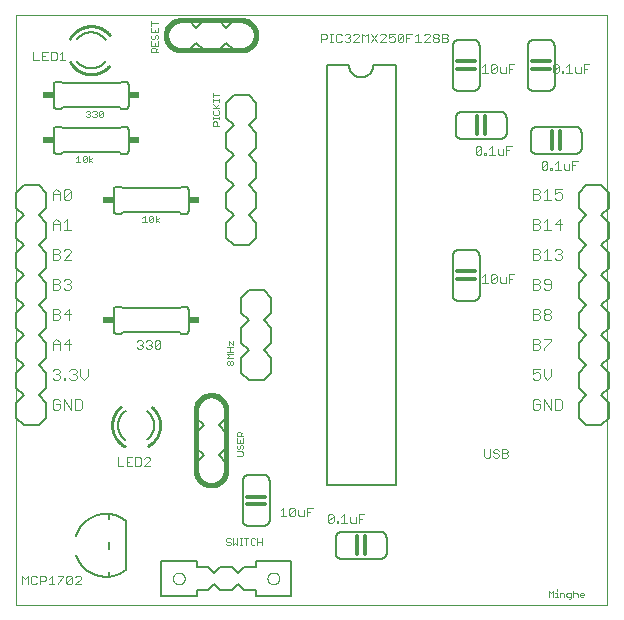
<source format=gto>
G75*
%MOIN*%
%OFA0B0*%
%FSLAX25Y25*%
%IPPOS*%
%LPD*%
%AMOC8*
5,1,8,0,0,1.08239X$1,22.5*
%
%ADD10C,0.00000*%
%ADD11C,0.00200*%
%ADD12C,0.01600*%
%ADD13C,0.00300*%
%ADD14C,0.00800*%
%ADD15C,0.00600*%
%ADD16C,0.01200*%
%ADD17C,0.01000*%
%ADD18R,0.03400X0.02400*%
%ADD19C,0.00500*%
D10*
X0001800Y0001800D02*
X0001800Y0198650D01*
X0198650Y0198650D01*
X0198650Y0001800D01*
X0001800Y0001800D01*
X0054083Y0010737D02*
X0054085Y0010825D01*
X0054091Y0010913D01*
X0054101Y0011001D01*
X0054115Y0011089D01*
X0054132Y0011175D01*
X0054154Y0011261D01*
X0054179Y0011345D01*
X0054209Y0011429D01*
X0054241Y0011511D01*
X0054278Y0011591D01*
X0054318Y0011670D01*
X0054362Y0011747D01*
X0054409Y0011822D01*
X0054459Y0011894D01*
X0054513Y0011965D01*
X0054569Y0012032D01*
X0054629Y0012098D01*
X0054691Y0012160D01*
X0054757Y0012220D01*
X0054824Y0012276D01*
X0054895Y0012330D01*
X0054967Y0012380D01*
X0055042Y0012427D01*
X0055119Y0012471D01*
X0055198Y0012511D01*
X0055278Y0012548D01*
X0055360Y0012580D01*
X0055444Y0012610D01*
X0055528Y0012635D01*
X0055614Y0012657D01*
X0055700Y0012674D01*
X0055788Y0012688D01*
X0055876Y0012698D01*
X0055964Y0012704D01*
X0056052Y0012706D01*
X0056140Y0012704D01*
X0056228Y0012698D01*
X0056316Y0012688D01*
X0056404Y0012674D01*
X0056490Y0012657D01*
X0056576Y0012635D01*
X0056660Y0012610D01*
X0056744Y0012580D01*
X0056826Y0012548D01*
X0056906Y0012511D01*
X0056985Y0012471D01*
X0057062Y0012427D01*
X0057137Y0012380D01*
X0057209Y0012330D01*
X0057280Y0012276D01*
X0057347Y0012220D01*
X0057413Y0012160D01*
X0057475Y0012098D01*
X0057535Y0012032D01*
X0057591Y0011965D01*
X0057645Y0011894D01*
X0057695Y0011822D01*
X0057742Y0011747D01*
X0057786Y0011670D01*
X0057826Y0011591D01*
X0057863Y0011511D01*
X0057895Y0011429D01*
X0057925Y0011345D01*
X0057950Y0011261D01*
X0057972Y0011175D01*
X0057989Y0011089D01*
X0058003Y0011001D01*
X0058013Y0010913D01*
X0058019Y0010825D01*
X0058021Y0010737D01*
X0058019Y0010649D01*
X0058013Y0010561D01*
X0058003Y0010473D01*
X0057989Y0010385D01*
X0057972Y0010299D01*
X0057950Y0010213D01*
X0057925Y0010129D01*
X0057895Y0010045D01*
X0057863Y0009963D01*
X0057826Y0009883D01*
X0057786Y0009804D01*
X0057742Y0009727D01*
X0057695Y0009652D01*
X0057645Y0009580D01*
X0057591Y0009509D01*
X0057535Y0009442D01*
X0057475Y0009376D01*
X0057413Y0009314D01*
X0057347Y0009254D01*
X0057280Y0009198D01*
X0057209Y0009144D01*
X0057137Y0009094D01*
X0057062Y0009047D01*
X0056985Y0009003D01*
X0056906Y0008963D01*
X0056826Y0008926D01*
X0056744Y0008894D01*
X0056660Y0008864D01*
X0056576Y0008839D01*
X0056490Y0008817D01*
X0056404Y0008800D01*
X0056316Y0008786D01*
X0056228Y0008776D01*
X0056140Y0008770D01*
X0056052Y0008768D01*
X0055964Y0008770D01*
X0055876Y0008776D01*
X0055788Y0008786D01*
X0055700Y0008800D01*
X0055614Y0008817D01*
X0055528Y0008839D01*
X0055444Y0008864D01*
X0055360Y0008894D01*
X0055278Y0008926D01*
X0055198Y0008963D01*
X0055119Y0009003D01*
X0055042Y0009047D01*
X0054967Y0009094D01*
X0054895Y0009144D01*
X0054824Y0009198D01*
X0054757Y0009254D01*
X0054691Y0009314D01*
X0054629Y0009376D01*
X0054569Y0009442D01*
X0054513Y0009509D01*
X0054459Y0009580D01*
X0054409Y0009652D01*
X0054362Y0009727D01*
X0054318Y0009804D01*
X0054278Y0009883D01*
X0054241Y0009963D01*
X0054209Y0010045D01*
X0054179Y0010129D01*
X0054154Y0010213D01*
X0054132Y0010299D01*
X0054115Y0010385D01*
X0054101Y0010473D01*
X0054091Y0010561D01*
X0054085Y0010649D01*
X0054083Y0010737D01*
X0085579Y0010737D02*
X0085581Y0010825D01*
X0085587Y0010913D01*
X0085597Y0011001D01*
X0085611Y0011089D01*
X0085628Y0011175D01*
X0085650Y0011261D01*
X0085675Y0011345D01*
X0085705Y0011429D01*
X0085737Y0011511D01*
X0085774Y0011591D01*
X0085814Y0011670D01*
X0085858Y0011747D01*
X0085905Y0011822D01*
X0085955Y0011894D01*
X0086009Y0011965D01*
X0086065Y0012032D01*
X0086125Y0012098D01*
X0086187Y0012160D01*
X0086253Y0012220D01*
X0086320Y0012276D01*
X0086391Y0012330D01*
X0086463Y0012380D01*
X0086538Y0012427D01*
X0086615Y0012471D01*
X0086694Y0012511D01*
X0086774Y0012548D01*
X0086856Y0012580D01*
X0086940Y0012610D01*
X0087024Y0012635D01*
X0087110Y0012657D01*
X0087196Y0012674D01*
X0087284Y0012688D01*
X0087372Y0012698D01*
X0087460Y0012704D01*
X0087548Y0012706D01*
X0087636Y0012704D01*
X0087724Y0012698D01*
X0087812Y0012688D01*
X0087900Y0012674D01*
X0087986Y0012657D01*
X0088072Y0012635D01*
X0088156Y0012610D01*
X0088240Y0012580D01*
X0088322Y0012548D01*
X0088402Y0012511D01*
X0088481Y0012471D01*
X0088558Y0012427D01*
X0088633Y0012380D01*
X0088705Y0012330D01*
X0088776Y0012276D01*
X0088843Y0012220D01*
X0088909Y0012160D01*
X0088971Y0012098D01*
X0089031Y0012032D01*
X0089087Y0011965D01*
X0089141Y0011894D01*
X0089191Y0011822D01*
X0089238Y0011747D01*
X0089282Y0011670D01*
X0089322Y0011591D01*
X0089359Y0011511D01*
X0089391Y0011429D01*
X0089421Y0011345D01*
X0089446Y0011261D01*
X0089468Y0011175D01*
X0089485Y0011089D01*
X0089499Y0011001D01*
X0089509Y0010913D01*
X0089515Y0010825D01*
X0089517Y0010737D01*
X0089515Y0010649D01*
X0089509Y0010561D01*
X0089499Y0010473D01*
X0089485Y0010385D01*
X0089468Y0010299D01*
X0089446Y0010213D01*
X0089421Y0010129D01*
X0089391Y0010045D01*
X0089359Y0009963D01*
X0089322Y0009883D01*
X0089282Y0009804D01*
X0089238Y0009727D01*
X0089191Y0009652D01*
X0089141Y0009580D01*
X0089087Y0009509D01*
X0089031Y0009442D01*
X0088971Y0009376D01*
X0088909Y0009314D01*
X0088843Y0009254D01*
X0088776Y0009198D01*
X0088705Y0009144D01*
X0088633Y0009094D01*
X0088558Y0009047D01*
X0088481Y0009003D01*
X0088402Y0008963D01*
X0088322Y0008926D01*
X0088240Y0008894D01*
X0088156Y0008864D01*
X0088072Y0008839D01*
X0087986Y0008817D01*
X0087900Y0008800D01*
X0087812Y0008786D01*
X0087724Y0008776D01*
X0087636Y0008770D01*
X0087548Y0008768D01*
X0087460Y0008770D01*
X0087372Y0008776D01*
X0087284Y0008786D01*
X0087196Y0008800D01*
X0087110Y0008817D01*
X0087024Y0008839D01*
X0086940Y0008864D01*
X0086856Y0008894D01*
X0086774Y0008926D01*
X0086694Y0008963D01*
X0086615Y0009003D01*
X0086538Y0009047D01*
X0086463Y0009094D01*
X0086391Y0009144D01*
X0086320Y0009198D01*
X0086253Y0009254D01*
X0086187Y0009314D01*
X0086125Y0009376D01*
X0086065Y0009442D01*
X0086009Y0009509D01*
X0085955Y0009580D01*
X0085905Y0009652D01*
X0085858Y0009727D01*
X0085814Y0009804D01*
X0085774Y0009883D01*
X0085737Y0009963D01*
X0085705Y0010045D01*
X0085675Y0010129D01*
X0085650Y0010213D01*
X0085628Y0010299D01*
X0085611Y0010385D01*
X0085597Y0010473D01*
X0085587Y0010561D01*
X0085581Y0010649D01*
X0085579Y0010737D01*
D11*
X0083681Y0021900D02*
X0083681Y0024102D01*
X0083681Y0023001D02*
X0082213Y0023001D01*
X0081471Y0023735D02*
X0081104Y0024102D01*
X0080370Y0024102D01*
X0080003Y0023735D01*
X0080003Y0022267D01*
X0080370Y0021900D01*
X0081104Y0021900D01*
X0081471Y0022267D01*
X0082213Y0021900D02*
X0082213Y0024102D01*
X0079261Y0024102D02*
X0077793Y0024102D01*
X0078527Y0024102D02*
X0078527Y0021900D01*
X0077054Y0021900D02*
X0076320Y0021900D01*
X0076687Y0021900D02*
X0076687Y0024102D01*
X0076320Y0024102D02*
X0077054Y0024102D01*
X0075578Y0024102D02*
X0075578Y0021900D01*
X0074844Y0022634D01*
X0074110Y0021900D01*
X0074110Y0024102D01*
X0073368Y0023735D02*
X0073001Y0024102D01*
X0072267Y0024102D01*
X0071900Y0023735D01*
X0071900Y0023368D01*
X0072267Y0023001D01*
X0073001Y0023001D01*
X0073368Y0022634D01*
X0073368Y0022267D01*
X0073001Y0021900D01*
X0072267Y0021900D01*
X0071900Y0022267D01*
X0075298Y0051600D02*
X0077133Y0051600D01*
X0077500Y0051967D01*
X0077500Y0052701D01*
X0077133Y0053068D01*
X0075298Y0053068D01*
X0075665Y0053810D02*
X0075298Y0054177D01*
X0075298Y0054911D01*
X0075665Y0055278D01*
X0076399Y0054911D02*
X0076766Y0055278D01*
X0077133Y0055278D01*
X0077500Y0054911D01*
X0077500Y0054177D01*
X0077133Y0053810D01*
X0076399Y0054177D02*
X0076399Y0054911D01*
X0076399Y0054177D02*
X0076032Y0053810D01*
X0075665Y0053810D01*
X0075298Y0056020D02*
X0077500Y0056020D01*
X0077500Y0057488D01*
X0077500Y0058230D02*
X0075298Y0058230D01*
X0075298Y0059331D01*
X0075665Y0059698D01*
X0076399Y0059698D01*
X0076766Y0059331D01*
X0076766Y0058230D01*
X0076766Y0058964D02*
X0077500Y0059698D01*
X0075298Y0057488D02*
X0075298Y0056020D01*
X0076399Y0056020D02*
X0076399Y0056754D01*
X0073833Y0081900D02*
X0073466Y0081900D01*
X0073099Y0082267D01*
X0073099Y0083001D01*
X0073466Y0083368D01*
X0073833Y0083368D01*
X0074200Y0083001D01*
X0074200Y0082267D01*
X0073833Y0081900D01*
X0073099Y0082267D02*
X0072732Y0081900D01*
X0072365Y0081900D01*
X0071998Y0082267D01*
X0071998Y0083001D01*
X0072365Y0083368D01*
X0072732Y0083368D01*
X0073099Y0083001D01*
X0071998Y0084110D02*
X0072732Y0084844D01*
X0071998Y0085578D01*
X0074200Y0085578D01*
X0074200Y0086320D02*
X0071998Y0086320D01*
X0073099Y0086320D02*
X0073099Y0087788D01*
X0072732Y0088530D02*
X0072732Y0089998D01*
X0074200Y0088530D01*
X0074200Y0089998D01*
X0074200Y0087788D02*
X0071998Y0087788D01*
X0071998Y0084110D02*
X0074200Y0084110D01*
X0049421Y0129400D02*
X0048320Y0130134D01*
X0049421Y0130868D01*
X0048320Y0131602D02*
X0048320Y0129400D01*
X0047578Y0129767D02*
X0047211Y0129400D01*
X0046477Y0129400D01*
X0046110Y0129767D01*
X0047578Y0131235D01*
X0047578Y0129767D01*
X0047578Y0131235D02*
X0047211Y0131602D01*
X0046477Y0131602D01*
X0046110Y0131235D01*
X0046110Y0129767D01*
X0045368Y0129400D02*
X0043900Y0129400D01*
X0044634Y0129400D02*
X0044634Y0131602D01*
X0043900Y0130868D01*
X0027259Y0149500D02*
X0026158Y0150234D01*
X0027259Y0150968D01*
X0026158Y0151702D02*
X0026158Y0149500D01*
X0025416Y0149867D02*
X0025049Y0149500D01*
X0024316Y0149500D01*
X0023949Y0149867D01*
X0025416Y0151335D01*
X0025416Y0149867D01*
X0023949Y0149867D02*
X0023949Y0151335D01*
X0024316Y0151702D01*
X0025049Y0151702D01*
X0025416Y0151335D01*
X0023207Y0149500D02*
X0021739Y0149500D01*
X0022473Y0149500D02*
X0022473Y0151702D01*
X0021739Y0150968D01*
X0025367Y0164400D02*
X0025000Y0164767D01*
X0025367Y0164400D02*
X0026101Y0164400D01*
X0026468Y0164767D01*
X0026468Y0165134D01*
X0026101Y0165501D01*
X0025734Y0165501D01*
X0026101Y0165501D02*
X0026468Y0165868D01*
X0026468Y0166235D01*
X0026101Y0166602D01*
X0025367Y0166602D01*
X0025000Y0166235D01*
X0027210Y0166235D02*
X0027577Y0166602D01*
X0028311Y0166602D01*
X0028678Y0166235D01*
X0028678Y0165868D01*
X0028311Y0165501D01*
X0028678Y0165134D01*
X0028678Y0164767D01*
X0028311Y0164400D01*
X0027577Y0164400D01*
X0027210Y0164767D01*
X0027944Y0165501D02*
X0028311Y0165501D01*
X0029420Y0164767D02*
X0029420Y0166235D01*
X0029787Y0166602D01*
X0030521Y0166602D01*
X0030888Y0166235D01*
X0029420Y0164767D01*
X0029787Y0164400D01*
X0030521Y0164400D01*
X0030888Y0164767D01*
X0030888Y0166235D01*
X0046898Y0186151D02*
X0046898Y0187252D01*
X0047265Y0187618D01*
X0047999Y0187618D01*
X0048366Y0187252D01*
X0048366Y0186151D01*
X0048366Y0186885D02*
X0049100Y0187618D01*
X0049100Y0188360D02*
X0049100Y0189828D01*
X0048733Y0190570D02*
X0049100Y0190937D01*
X0049100Y0191671D01*
X0048733Y0192038D01*
X0048366Y0192038D01*
X0047999Y0191671D01*
X0047999Y0190937D01*
X0047632Y0190570D01*
X0047265Y0190570D01*
X0046898Y0190937D01*
X0046898Y0191671D01*
X0047265Y0192038D01*
X0046898Y0192780D02*
X0049100Y0192780D01*
X0049100Y0194248D01*
X0047999Y0193514D02*
X0047999Y0192780D01*
X0046898Y0192780D02*
X0046898Y0194248D01*
X0046898Y0194990D02*
X0046898Y0196458D01*
X0046898Y0195724D02*
X0049100Y0195724D01*
X0046898Y0189828D02*
X0046898Y0188360D01*
X0049100Y0188360D01*
X0047999Y0188360D02*
X0047999Y0189094D01*
X0049100Y0186151D02*
X0046898Y0186151D01*
X0067298Y0172644D02*
X0067298Y0171176D01*
X0067298Y0171910D02*
X0069500Y0171910D01*
X0069500Y0170437D02*
X0069500Y0169703D01*
X0069500Y0170070D02*
X0067298Y0170070D01*
X0067298Y0169703D02*
X0067298Y0170437D01*
X0067298Y0168961D02*
X0068766Y0167493D01*
X0068399Y0167860D02*
X0069500Y0168961D01*
X0069500Y0167493D02*
X0067298Y0167493D01*
X0067665Y0166751D02*
X0067298Y0166384D01*
X0067298Y0165650D01*
X0067665Y0165283D01*
X0069133Y0165283D01*
X0069500Y0165650D01*
X0069500Y0166384D01*
X0069133Y0166751D01*
X0069500Y0164544D02*
X0069500Y0163810D01*
X0069500Y0164177D02*
X0067298Y0164177D01*
X0067298Y0163810D02*
X0067298Y0164544D01*
X0067665Y0163068D02*
X0068399Y0163068D01*
X0068766Y0162701D01*
X0068766Y0161600D01*
X0069500Y0161600D02*
X0067298Y0161600D01*
X0067298Y0162701D01*
X0067665Y0163068D01*
X0179377Y0006702D02*
X0180111Y0005968D01*
X0180845Y0006702D01*
X0180845Y0004500D01*
X0181587Y0004500D02*
X0182321Y0004500D01*
X0181954Y0004500D02*
X0181954Y0005968D01*
X0181587Y0005968D01*
X0181954Y0006702D02*
X0181954Y0007069D01*
X0183060Y0005968D02*
X0184161Y0005968D01*
X0184528Y0005601D01*
X0184528Y0004500D01*
X0185270Y0004867D02*
X0185637Y0004500D01*
X0186738Y0004500D01*
X0186738Y0004133D02*
X0186738Y0005968D01*
X0185637Y0005968D01*
X0185270Y0005601D01*
X0185270Y0004867D01*
X0186004Y0003766D02*
X0186371Y0003766D01*
X0186738Y0004133D01*
X0187480Y0004500D02*
X0187480Y0006702D01*
X0187847Y0005968D02*
X0188581Y0005968D01*
X0188948Y0005601D01*
X0188948Y0004500D01*
X0189690Y0004867D02*
X0189690Y0005601D01*
X0190057Y0005968D01*
X0190791Y0005968D01*
X0191158Y0005601D01*
X0191158Y0005234D01*
X0189690Y0005234D01*
X0189690Y0004867D02*
X0190057Y0004500D01*
X0190791Y0004500D01*
X0187847Y0005968D02*
X0187480Y0005601D01*
X0183060Y0005968D02*
X0183060Y0004500D01*
X0179377Y0004500D02*
X0179377Y0006702D01*
D12*
X0071800Y0046800D02*
X0071800Y0066800D01*
X0071798Y0066940D01*
X0071792Y0067080D01*
X0071782Y0067220D01*
X0071769Y0067360D01*
X0071751Y0067499D01*
X0071729Y0067638D01*
X0071704Y0067775D01*
X0071675Y0067913D01*
X0071642Y0068049D01*
X0071605Y0068184D01*
X0071564Y0068318D01*
X0071519Y0068451D01*
X0071471Y0068583D01*
X0071419Y0068713D01*
X0071364Y0068842D01*
X0071305Y0068969D01*
X0071242Y0069095D01*
X0071176Y0069219D01*
X0071107Y0069340D01*
X0071034Y0069460D01*
X0070957Y0069578D01*
X0070878Y0069693D01*
X0070795Y0069807D01*
X0070709Y0069917D01*
X0070620Y0070026D01*
X0070528Y0070132D01*
X0070433Y0070235D01*
X0070336Y0070336D01*
X0070235Y0070433D01*
X0070132Y0070528D01*
X0070026Y0070620D01*
X0069917Y0070709D01*
X0069807Y0070795D01*
X0069693Y0070878D01*
X0069578Y0070957D01*
X0069460Y0071034D01*
X0069340Y0071107D01*
X0069219Y0071176D01*
X0069095Y0071242D01*
X0068969Y0071305D01*
X0068842Y0071364D01*
X0068713Y0071419D01*
X0068583Y0071471D01*
X0068451Y0071519D01*
X0068318Y0071564D01*
X0068184Y0071605D01*
X0068049Y0071642D01*
X0067913Y0071675D01*
X0067775Y0071704D01*
X0067638Y0071729D01*
X0067499Y0071751D01*
X0067360Y0071769D01*
X0067220Y0071782D01*
X0067080Y0071792D01*
X0066940Y0071798D01*
X0066800Y0071800D01*
X0066660Y0071798D01*
X0066520Y0071792D01*
X0066380Y0071782D01*
X0066240Y0071769D01*
X0066101Y0071751D01*
X0065962Y0071729D01*
X0065825Y0071704D01*
X0065687Y0071675D01*
X0065551Y0071642D01*
X0065416Y0071605D01*
X0065282Y0071564D01*
X0065149Y0071519D01*
X0065017Y0071471D01*
X0064887Y0071419D01*
X0064758Y0071364D01*
X0064631Y0071305D01*
X0064505Y0071242D01*
X0064381Y0071176D01*
X0064260Y0071107D01*
X0064140Y0071034D01*
X0064022Y0070957D01*
X0063907Y0070878D01*
X0063793Y0070795D01*
X0063683Y0070709D01*
X0063574Y0070620D01*
X0063468Y0070528D01*
X0063365Y0070433D01*
X0063264Y0070336D01*
X0063167Y0070235D01*
X0063072Y0070132D01*
X0062980Y0070026D01*
X0062891Y0069917D01*
X0062805Y0069807D01*
X0062722Y0069693D01*
X0062643Y0069578D01*
X0062566Y0069460D01*
X0062493Y0069340D01*
X0062424Y0069219D01*
X0062358Y0069095D01*
X0062295Y0068969D01*
X0062236Y0068842D01*
X0062181Y0068713D01*
X0062129Y0068583D01*
X0062081Y0068451D01*
X0062036Y0068318D01*
X0061995Y0068184D01*
X0061958Y0068049D01*
X0061925Y0067913D01*
X0061896Y0067775D01*
X0061871Y0067638D01*
X0061849Y0067499D01*
X0061831Y0067360D01*
X0061818Y0067220D01*
X0061808Y0067080D01*
X0061802Y0066940D01*
X0061800Y0066800D01*
X0061800Y0046800D01*
X0066800Y0041800D02*
X0066940Y0041802D01*
X0067080Y0041808D01*
X0067220Y0041818D01*
X0067360Y0041831D01*
X0067499Y0041849D01*
X0067638Y0041871D01*
X0067775Y0041896D01*
X0067913Y0041925D01*
X0068049Y0041958D01*
X0068184Y0041995D01*
X0068318Y0042036D01*
X0068451Y0042081D01*
X0068583Y0042129D01*
X0068713Y0042181D01*
X0068842Y0042236D01*
X0068969Y0042295D01*
X0069095Y0042358D01*
X0069219Y0042424D01*
X0069340Y0042493D01*
X0069460Y0042566D01*
X0069578Y0042643D01*
X0069693Y0042722D01*
X0069807Y0042805D01*
X0069917Y0042891D01*
X0070026Y0042980D01*
X0070132Y0043072D01*
X0070235Y0043167D01*
X0070336Y0043264D01*
X0070433Y0043365D01*
X0070528Y0043468D01*
X0070620Y0043574D01*
X0070709Y0043683D01*
X0070795Y0043793D01*
X0070878Y0043907D01*
X0070957Y0044022D01*
X0071034Y0044140D01*
X0071107Y0044260D01*
X0071176Y0044381D01*
X0071242Y0044505D01*
X0071305Y0044631D01*
X0071364Y0044758D01*
X0071419Y0044887D01*
X0071471Y0045017D01*
X0071519Y0045149D01*
X0071564Y0045282D01*
X0071605Y0045416D01*
X0071642Y0045551D01*
X0071675Y0045687D01*
X0071704Y0045825D01*
X0071729Y0045962D01*
X0071751Y0046101D01*
X0071769Y0046240D01*
X0071782Y0046380D01*
X0071792Y0046520D01*
X0071798Y0046660D01*
X0071800Y0046800D01*
X0066800Y0041800D02*
X0066660Y0041802D01*
X0066520Y0041808D01*
X0066380Y0041818D01*
X0066240Y0041831D01*
X0066101Y0041849D01*
X0065962Y0041871D01*
X0065825Y0041896D01*
X0065687Y0041925D01*
X0065551Y0041958D01*
X0065416Y0041995D01*
X0065282Y0042036D01*
X0065149Y0042081D01*
X0065017Y0042129D01*
X0064887Y0042181D01*
X0064758Y0042236D01*
X0064631Y0042295D01*
X0064505Y0042358D01*
X0064381Y0042424D01*
X0064260Y0042493D01*
X0064140Y0042566D01*
X0064022Y0042643D01*
X0063907Y0042722D01*
X0063793Y0042805D01*
X0063683Y0042891D01*
X0063574Y0042980D01*
X0063468Y0043072D01*
X0063365Y0043167D01*
X0063264Y0043264D01*
X0063167Y0043365D01*
X0063072Y0043468D01*
X0062980Y0043574D01*
X0062891Y0043683D01*
X0062805Y0043793D01*
X0062722Y0043907D01*
X0062643Y0044022D01*
X0062566Y0044140D01*
X0062493Y0044260D01*
X0062424Y0044381D01*
X0062358Y0044505D01*
X0062295Y0044631D01*
X0062236Y0044758D01*
X0062181Y0044887D01*
X0062129Y0045017D01*
X0062081Y0045149D01*
X0062036Y0045282D01*
X0061995Y0045416D01*
X0061958Y0045551D01*
X0061925Y0045687D01*
X0061896Y0045825D01*
X0061871Y0045962D01*
X0061849Y0046101D01*
X0061831Y0046240D01*
X0061818Y0046380D01*
X0061808Y0046520D01*
X0061802Y0046660D01*
X0061800Y0046800D01*
X0056800Y0186800D02*
X0076800Y0186800D01*
X0076940Y0186802D01*
X0077080Y0186808D01*
X0077220Y0186818D01*
X0077360Y0186831D01*
X0077499Y0186849D01*
X0077638Y0186871D01*
X0077775Y0186896D01*
X0077913Y0186925D01*
X0078049Y0186958D01*
X0078184Y0186995D01*
X0078318Y0187036D01*
X0078451Y0187081D01*
X0078583Y0187129D01*
X0078713Y0187181D01*
X0078842Y0187236D01*
X0078969Y0187295D01*
X0079095Y0187358D01*
X0079219Y0187424D01*
X0079340Y0187493D01*
X0079460Y0187566D01*
X0079578Y0187643D01*
X0079693Y0187722D01*
X0079807Y0187805D01*
X0079917Y0187891D01*
X0080026Y0187980D01*
X0080132Y0188072D01*
X0080235Y0188167D01*
X0080336Y0188264D01*
X0080433Y0188365D01*
X0080528Y0188468D01*
X0080620Y0188574D01*
X0080709Y0188683D01*
X0080795Y0188793D01*
X0080878Y0188907D01*
X0080957Y0189022D01*
X0081034Y0189140D01*
X0081107Y0189260D01*
X0081176Y0189381D01*
X0081242Y0189505D01*
X0081305Y0189631D01*
X0081364Y0189758D01*
X0081419Y0189887D01*
X0081471Y0190017D01*
X0081519Y0190149D01*
X0081564Y0190282D01*
X0081605Y0190416D01*
X0081642Y0190551D01*
X0081675Y0190687D01*
X0081704Y0190825D01*
X0081729Y0190962D01*
X0081751Y0191101D01*
X0081769Y0191240D01*
X0081782Y0191380D01*
X0081792Y0191520D01*
X0081798Y0191660D01*
X0081800Y0191800D01*
X0081798Y0191940D01*
X0081792Y0192080D01*
X0081782Y0192220D01*
X0081769Y0192360D01*
X0081751Y0192499D01*
X0081729Y0192638D01*
X0081704Y0192775D01*
X0081675Y0192913D01*
X0081642Y0193049D01*
X0081605Y0193184D01*
X0081564Y0193318D01*
X0081519Y0193451D01*
X0081471Y0193583D01*
X0081419Y0193713D01*
X0081364Y0193842D01*
X0081305Y0193969D01*
X0081242Y0194095D01*
X0081176Y0194219D01*
X0081107Y0194340D01*
X0081034Y0194460D01*
X0080957Y0194578D01*
X0080878Y0194693D01*
X0080795Y0194807D01*
X0080709Y0194917D01*
X0080620Y0195026D01*
X0080528Y0195132D01*
X0080433Y0195235D01*
X0080336Y0195336D01*
X0080235Y0195433D01*
X0080132Y0195528D01*
X0080026Y0195620D01*
X0079917Y0195709D01*
X0079807Y0195795D01*
X0079693Y0195878D01*
X0079578Y0195957D01*
X0079460Y0196034D01*
X0079340Y0196107D01*
X0079219Y0196176D01*
X0079095Y0196242D01*
X0078969Y0196305D01*
X0078842Y0196364D01*
X0078713Y0196419D01*
X0078583Y0196471D01*
X0078451Y0196519D01*
X0078318Y0196564D01*
X0078184Y0196605D01*
X0078049Y0196642D01*
X0077913Y0196675D01*
X0077775Y0196704D01*
X0077638Y0196729D01*
X0077499Y0196751D01*
X0077360Y0196769D01*
X0077220Y0196782D01*
X0077080Y0196792D01*
X0076940Y0196798D01*
X0076800Y0196800D01*
X0056800Y0196800D01*
X0051800Y0191800D02*
X0051802Y0191660D01*
X0051808Y0191520D01*
X0051818Y0191380D01*
X0051831Y0191240D01*
X0051849Y0191101D01*
X0051871Y0190962D01*
X0051896Y0190825D01*
X0051925Y0190687D01*
X0051958Y0190551D01*
X0051995Y0190416D01*
X0052036Y0190282D01*
X0052081Y0190149D01*
X0052129Y0190017D01*
X0052181Y0189887D01*
X0052236Y0189758D01*
X0052295Y0189631D01*
X0052358Y0189505D01*
X0052424Y0189381D01*
X0052493Y0189260D01*
X0052566Y0189140D01*
X0052643Y0189022D01*
X0052722Y0188907D01*
X0052805Y0188793D01*
X0052891Y0188683D01*
X0052980Y0188574D01*
X0053072Y0188468D01*
X0053167Y0188365D01*
X0053264Y0188264D01*
X0053365Y0188167D01*
X0053468Y0188072D01*
X0053574Y0187980D01*
X0053683Y0187891D01*
X0053793Y0187805D01*
X0053907Y0187722D01*
X0054022Y0187643D01*
X0054140Y0187566D01*
X0054260Y0187493D01*
X0054381Y0187424D01*
X0054505Y0187358D01*
X0054631Y0187295D01*
X0054758Y0187236D01*
X0054887Y0187181D01*
X0055017Y0187129D01*
X0055149Y0187081D01*
X0055282Y0187036D01*
X0055416Y0186995D01*
X0055551Y0186958D01*
X0055687Y0186925D01*
X0055825Y0186896D01*
X0055962Y0186871D01*
X0056101Y0186849D01*
X0056240Y0186831D01*
X0056380Y0186818D01*
X0056520Y0186808D01*
X0056660Y0186802D01*
X0056800Y0186800D01*
X0051800Y0191800D02*
X0051802Y0191940D01*
X0051808Y0192080D01*
X0051818Y0192220D01*
X0051831Y0192360D01*
X0051849Y0192499D01*
X0051871Y0192638D01*
X0051896Y0192775D01*
X0051925Y0192913D01*
X0051958Y0193049D01*
X0051995Y0193184D01*
X0052036Y0193318D01*
X0052081Y0193451D01*
X0052129Y0193583D01*
X0052181Y0193713D01*
X0052236Y0193842D01*
X0052295Y0193969D01*
X0052358Y0194095D01*
X0052424Y0194219D01*
X0052493Y0194340D01*
X0052566Y0194460D01*
X0052643Y0194578D01*
X0052722Y0194693D01*
X0052805Y0194807D01*
X0052891Y0194917D01*
X0052980Y0195026D01*
X0053072Y0195132D01*
X0053167Y0195235D01*
X0053264Y0195336D01*
X0053365Y0195433D01*
X0053468Y0195528D01*
X0053574Y0195620D01*
X0053683Y0195709D01*
X0053793Y0195795D01*
X0053907Y0195878D01*
X0054022Y0195957D01*
X0054140Y0196034D01*
X0054260Y0196107D01*
X0054381Y0196176D01*
X0054505Y0196242D01*
X0054631Y0196305D01*
X0054758Y0196364D01*
X0054887Y0196419D01*
X0055017Y0196471D01*
X0055149Y0196519D01*
X0055282Y0196564D01*
X0055416Y0196605D01*
X0055551Y0196642D01*
X0055687Y0196675D01*
X0055825Y0196704D01*
X0055962Y0196729D01*
X0056101Y0196751D01*
X0056240Y0196769D01*
X0056380Y0196782D01*
X0056520Y0196792D01*
X0056660Y0196798D01*
X0056800Y0196800D01*
D13*
X0018225Y0183450D02*
X0016290Y0183450D01*
X0017257Y0183450D02*
X0017257Y0186352D01*
X0016290Y0185385D01*
X0015278Y0185869D02*
X0015278Y0183934D01*
X0014794Y0183450D01*
X0013343Y0183450D01*
X0013343Y0186352D01*
X0014794Y0186352D01*
X0015278Y0185869D01*
X0012331Y0186352D02*
X0010397Y0186352D01*
X0010397Y0183450D01*
X0012331Y0183450D01*
X0011364Y0184901D02*
X0010397Y0184901D01*
X0009385Y0183450D02*
X0007450Y0183450D01*
X0007450Y0186352D01*
X0015184Y0140653D02*
X0016419Y0139419D01*
X0016419Y0136950D01*
X0017633Y0137567D02*
X0020102Y0140036D01*
X0020102Y0137567D01*
X0019485Y0136950D01*
X0018250Y0136950D01*
X0017633Y0137567D01*
X0017633Y0140036D01*
X0018250Y0140653D01*
X0019485Y0140653D01*
X0020102Y0140036D01*
X0016419Y0138802D02*
X0013950Y0138802D01*
X0013950Y0139419D02*
X0015184Y0140653D01*
X0013950Y0139419D02*
X0013950Y0136950D01*
X0015184Y0130653D02*
X0016419Y0129419D01*
X0016419Y0126950D01*
X0017633Y0126950D02*
X0020102Y0126950D01*
X0018868Y0126950D02*
X0018868Y0130653D01*
X0017633Y0129419D01*
X0016419Y0128802D02*
X0013950Y0128802D01*
X0013950Y0129419D02*
X0015184Y0130653D01*
X0013950Y0129419D02*
X0013950Y0126950D01*
X0013950Y0120653D02*
X0015802Y0120653D01*
X0016419Y0120036D01*
X0016419Y0119419D01*
X0015802Y0118802D01*
X0013950Y0118802D01*
X0013950Y0120653D02*
X0013950Y0116950D01*
X0015802Y0116950D01*
X0016419Y0117567D01*
X0016419Y0118184D01*
X0015802Y0118802D01*
X0017633Y0120036D02*
X0018250Y0120653D01*
X0019485Y0120653D01*
X0020102Y0120036D01*
X0020102Y0119419D01*
X0017633Y0116950D01*
X0020102Y0116950D01*
X0019485Y0110653D02*
X0018250Y0110653D01*
X0017633Y0110036D01*
X0016419Y0110036D02*
X0016419Y0109419D01*
X0015802Y0108802D01*
X0013950Y0108802D01*
X0013950Y0110653D02*
X0013950Y0106950D01*
X0015802Y0106950D01*
X0016419Y0107567D01*
X0016419Y0108184D01*
X0015802Y0108802D01*
X0016419Y0110036D02*
X0015802Y0110653D01*
X0013950Y0110653D01*
X0017633Y0107567D02*
X0018250Y0106950D01*
X0019485Y0106950D01*
X0020102Y0107567D01*
X0020102Y0108184D01*
X0019485Y0108802D01*
X0018868Y0108802D01*
X0019485Y0108802D02*
X0020102Y0109419D01*
X0020102Y0110036D01*
X0019485Y0110653D01*
X0019485Y0100653D02*
X0017633Y0098802D01*
X0020102Y0098802D01*
X0019485Y0100653D02*
X0019485Y0096950D01*
X0016419Y0097567D02*
X0016419Y0098184D01*
X0015802Y0098802D01*
X0013950Y0098802D01*
X0013950Y0100653D02*
X0013950Y0096950D01*
X0015802Y0096950D01*
X0016419Y0097567D01*
X0015802Y0098802D02*
X0016419Y0099419D01*
X0016419Y0100036D01*
X0015802Y0100653D01*
X0013950Y0100653D01*
X0015184Y0090653D02*
X0016419Y0089419D01*
X0016419Y0086950D01*
X0016419Y0088802D02*
X0013950Y0088802D01*
X0013950Y0089419D02*
X0015184Y0090653D01*
X0013950Y0089419D02*
X0013950Y0086950D01*
X0017633Y0088802D02*
X0020102Y0088802D01*
X0019485Y0090653D02*
X0019485Y0086950D01*
X0017633Y0088802D02*
X0019485Y0090653D01*
X0020092Y0080653D02*
X0021326Y0080653D01*
X0021943Y0080036D01*
X0021943Y0079419D01*
X0021326Y0078802D01*
X0021943Y0078184D01*
X0021943Y0077567D01*
X0021326Y0076950D01*
X0020092Y0076950D01*
X0019475Y0077567D01*
X0018250Y0077567D02*
X0018250Y0076950D01*
X0017633Y0076950D01*
X0017633Y0077567D01*
X0018250Y0077567D01*
X0016419Y0077567D02*
X0015802Y0076950D01*
X0014567Y0076950D01*
X0013950Y0077567D01*
X0015184Y0078802D02*
X0015802Y0078802D01*
X0016419Y0078184D01*
X0016419Y0077567D01*
X0015802Y0078802D02*
X0016419Y0079419D01*
X0016419Y0080036D01*
X0015802Y0080653D01*
X0014567Y0080653D01*
X0013950Y0080036D01*
X0019475Y0080036D02*
X0020092Y0080653D01*
X0020709Y0078802D02*
X0021326Y0078802D01*
X0023158Y0078184D02*
X0024392Y0076950D01*
X0025627Y0078184D01*
X0025627Y0080653D01*
X0023158Y0080653D02*
X0023158Y0078184D01*
X0023168Y0070653D02*
X0021316Y0070653D01*
X0021316Y0066950D01*
X0023168Y0066950D01*
X0023785Y0067567D01*
X0023785Y0070036D01*
X0023168Y0070653D01*
X0020102Y0070653D02*
X0020102Y0066950D01*
X0017633Y0070653D01*
X0017633Y0066950D01*
X0016419Y0067567D02*
X0016419Y0068802D01*
X0015184Y0068802D01*
X0013950Y0070036D02*
X0013950Y0067567D01*
X0014567Y0066950D01*
X0015802Y0066950D01*
X0016419Y0067567D01*
X0016419Y0070036D02*
X0015802Y0070653D01*
X0014567Y0070653D01*
X0013950Y0070036D01*
X0035664Y0051152D02*
X0035664Y0048250D01*
X0037599Y0048250D01*
X0038610Y0048250D02*
X0040545Y0048250D01*
X0041557Y0048250D02*
X0043008Y0048250D01*
X0043492Y0048734D01*
X0043492Y0050669D01*
X0043008Y0051152D01*
X0041557Y0051152D01*
X0041557Y0048250D01*
X0039578Y0049701D02*
X0038610Y0049701D01*
X0038610Y0051152D02*
X0038610Y0048250D01*
X0038610Y0051152D02*
X0040545Y0051152D01*
X0044503Y0050669D02*
X0044987Y0051152D01*
X0045955Y0051152D01*
X0046438Y0050669D01*
X0046438Y0050185D01*
X0044503Y0048250D01*
X0046438Y0048250D01*
X0022955Y0011652D02*
X0021987Y0011652D01*
X0021503Y0011169D01*
X0020492Y0011169D02*
X0018557Y0009234D01*
X0019041Y0008750D01*
X0020008Y0008750D01*
X0020492Y0009234D01*
X0020492Y0011169D01*
X0020008Y0011652D01*
X0019041Y0011652D01*
X0018557Y0011169D01*
X0018557Y0009234D01*
X0017545Y0011169D02*
X0015610Y0009234D01*
X0015610Y0008750D01*
X0014599Y0008750D02*
X0012664Y0008750D01*
X0013631Y0008750D02*
X0013631Y0011652D01*
X0012664Y0010685D01*
X0011652Y0011169D02*
X0011652Y0010201D01*
X0011169Y0009717D01*
X0009717Y0009717D01*
X0009717Y0008750D02*
X0009717Y0011652D01*
X0011169Y0011652D01*
X0011652Y0011169D01*
X0008706Y0011169D02*
X0008222Y0011652D01*
X0007255Y0011652D01*
X0006771Y0011169D01*
X0006771Y0009234D01*
X0007255Y0008750D01*
X0008222Y0008750D01*
X0008706Y0009234D01*
X0005759Y0008750D02*
X0005759Y0011652D01*
X0004792Y0010685D01*
X0003824Y0011652D01*
X0003824Y0008750D01*
X0015610Y0011652D02*
X0017545Y0011652D01*
X0017545Y0011169D01*
X0021503Y0008750D02*
X0023438Y0010685D01*
X0023438Y0011169D01*
X0022955Y0011652D01*
X0023438Y0008750D02*
X0021503Y0008750D01*
X0089950Y0031450D02*
X0091885Y0031450D01*
X0090917Y0031450D02*
X0090917Y0034352D01*
X0089950Y0033385D01*
X0092897Y0033869D02*
X0092897Y0031934D01*
X0094831Y0033869D01*
X0094831Y0031934D01*
X0094348Y0031450D01*
X0093380Y0031450D01*
X0092897Y0031934D01*
X0092897Y0033869D02*
X0093380Y0034352D01*
X0094348Y0034352D01*
X0094831Y0033869D01*
X0095843Y0033385D02*
X0095843Y0031934D01*
X0096327Y0031450D01*
X0097778Y0031450D01*
X0097778Y0033385D01*
X0098790Y0032901D02*
X0099757Y0032901D01*
X0098790Y0031450D02*
X0098790Y0034352D01*
X0100725Y0034352D01*
X0105691Y0031669D02*
X0105691Y0029734D01*
X0107626Y0031669D01*
X0107626Y0029734D01*
X0107142Y0029250D01*
X0106174Y0029250D01*
X0105691Y0029734D01*
X0105691Y0031669D02*
X0106174Y0032152D01*
X0107142Y0032152D01*
X0107626Y0031669D01*
X0108637Y0029734D02*
X0109121Y0029734D01*
X0109121Y0029250D01*
X0108637Y0029250D01*
X0108637Y0029734D01*
X0110110Y0029250D02*
X0112045Y0029250D01*
X0111078Y0029250D02*
X0111078Y0032152D01*
X0110110Y0031185D01*
X0113057Y0031185D02*
X0113057Y0029734D01*
X0113541Y0029250D01*
X0114992Y0029250D01*
X0114992Y0031185D01*
X0116003Y0030701D02*
X0116971Y0030701D01*
X0116003Y0029250D02*
X0116003Y0032152D01*
X0117938Y0032152D01*
X0157856Y0051434D02*
X0158339Y0050950D01*
X0159307Y0050950D01*
X0159790Y0051434D01*
X0159790Y0053852D01*
X0160802Y0053369D02*
X0160802Y0052885D01*
X0161286Y0052401D01*
X0162253Y0052401D01*
X0162737Y0051917D01*
X0162737Y0051434D01*
X0162253Y0050950D01*
X0161286Y0050950D01*
X0160802Y0051434D01*
X0160802Y0053369D02*
X0161286Y0053852D01*
X0162253Y0053852D01*
X0162737Y0053369D01*
X0163749Y0053852D02*
X0163749Y0050950D01*
X0165200Y0050950D01*
X0165684Y0051434D01*
X0165684Y0051917D01*
X0165200Y0052401D01*
X0163749Y0052401D01*
X0165200Y0052401D02*
X0165684Y0052885D01*
X0165684Y0053369D01*
X0165200Y0053852D01*
X0163749Y0053852D01*
X0157856Y0053852D02*
X0157856Y0051434D01*
X0173950Y0067567D02*
X0174567Y0066950D01*
X0175802Y0066950D01*
X0176419Y0067567D01*
X0176419Y0068802D01*
X0175184Y0068802D01*
X0173950Y0070036D02*
X0173950Y0067567D01*
X0173950Y0070036D02*
X0174567Y0070653D01*
X0175802Y0070653D01*
X0176419Y0070036D01*
X0177633Y0070653D02*
X0180102Y0066950D01*
X0180102Y0070653D01*
X0181316Y0070653D02*
X0183168Y0070653D01*
X0183785Y0070036D01*
X0183785Y0067567D01*
X0183168Y0066950D01*
X0181316Y0066950D01*
X0181316Y0070653D01*
X0177633Y0070653D02*
X0177633Y0066950D01*
X0178868Y0076950D02*
X0180102Y0078184D01*
X0180102Y0080653D01*
X0177633Y0080653D02*
X0177633Y0078184D01*
X0178868Y0076950D01*
X0176419Y0077567D02*
X0175802Y0076950D01*
X0174567Y0076950D01*
X0173950Y0077567D01*
X0173950Y0078802D02*
X0175184Y0079419D01*
X0175802Y0079419D01*
X0176419Y0078802D01*
X0176419Y0077567D01*
X0173950Y0078802D02*
X0173950Y0080653D01*
X0176419Y0080653D01*
X0175802Y0086950D02*
X0173950Y0086950D01*
X0173950Y0090653D01*
X0175802Y0090653D01*
X0176419Y0090036D01*
X0176419Y0089419D01*
X0175802Y0088802D01*
X0173950Y0088802D01*
X0175802Y0088802D02*
X0176419Y0088184D01*
X0176419Y0087567D01*
X0175802Y0086950D01*
X0177633Y0086950D02*
X0177633Y0087567D01*
X0180102Y0090036D01*
X0180102Y0090653D01*
X0177633Y0090653D01*
X0178250Y0096950D02*
X0177633Y0097567D01*
X0177633Y0098184D01*
X0178250Y0098802D01*
X0179485Y0098802D01*
X0180102Y0098184D01*
X0180102Y0097567D01*
X0179485Y0096950D01*
X0178250Y0096950D01*
X0178250Y0098802D02*
X0177633Y0099419D01*
X0177633Y0100036D01*
X0178250Y0100653D01*
X0179485Y0100653D01*
X0180102Y0100036D01*
X0180102Y0099419D01*
X0179485Y0098802D01*
X0176419Y0099419D02*
X0175802Y0098802D01*
X0173950Y0098802D01*
X0173950Y0100653D02*
X0173950Y0096950D01*
X0175802Y0096950D01*
X0176419Y0097567D01*
X0176419Y0098184D01*
X0175802Y0098802D01*
X0176419Y0099419D02*
X0176419Y0100036D01*
X0175802Y0100653D01*
X0173950Y0100653D01*
X0173950Y0106950D02*
X0175802Y0106950D01*
X0176419Y0107567D01*
X0176419Y0108184D01*
X0175802Y0108802D01*
X0173950Y0108802D01*
X0173950Y0110653D02*
X0173950Y0106950D01*
X0175802Y0108802D02*
X0176419Y0109419D01*
X0176419Y0110036D01*
X0175802Y0110653D01*
X0173950Y0110653D01*
X0177633Y0110036D02*
X0177633Y0109419D01*
X0178250Y0108802D01*
X0180102Y0108802D01*
X0180102Y0110036D02*
X0180102Y0107567D01*
X0179485Y0106950D01*
X0178250Y0106950D01*
X0177633Y0107567D01*
X0177633Y0110036D02*
X0178250Y0110653D01*
X0179485Y0110653D01*
X0180102Y0110036D01*
X0180102Y0116950D02*
X0177633Y0116950D01*
X0178868Y0116950D02*
X0178868Y0120653D01*
X0177633Y0119419D01*
X0176419Y0119419D02*
X0175802Y0118802D01*
X0173950Y0118802D01*
X0173950Y0120653D02*
X0173950Y0116950D01*
X0175802Y0116950D01*
X0176419Y0117567D01*
X0176419Y0118184D01*
X0175802Y0118802D01*
X0176419Y0119419D02*
X0176419Y0120036D01*
X0175802Y0120653D01*
X0173950Y0120653D01*
X0173950Y0126950D02*
X0175802Y0126950D01*
X0176419Y0127567D01*
X0176419Y0128184D01*
X0175802Y0128802D01*
X0173950Y0128802D01*
X0173950Y0130653D02*
X0173950Y0126950D01*
X0175802Y0128802D02*
X0176419Y0129419D01*
X0176419Y0130036D01*
X0175802Y0130653D01*
X0173950Y0130653D01*
X0177633Y0129419D02*
X0178868Y0130653D01*
X0178868Y0126950D01*
X0180102Y0126950D02*
X0177633Y0126950D01*
X0181316Y0128802D02*
X0183168Y0130653D01*
X0183168Y0126950D01*
X0183785Y0128802D02*
X0181316Y0128802D01*
X0181933Y0136950D02*
X0181316Y0137567D01*
X0181933Y0136950D02*
X0183168Y0136950D01*
X0183785Y0137567D01*
X0183785Y0138802D01*
X0183168Y0139419D01*
X0182551Y0139419D01*
X0181316Y0138802D01*
X0181316Y0140653D01*
X0183785Y0140653D01*
X0180102Y0136950D02*
X0177633Y0136950D01*
X0178868Y0136950D02*
X0178868Y0140653D01*
X0177633Y0139419D01*
X0176419Y0139419D02*
X0175802Y0138802D01*
X0173950Y0138802D01*
X0173950Y0140653D02*
X0173950Y0136950D01*
X0175802Y0136950D01*
X0176419Y0137567D01*
X0176419Y0138184D01*
X0175802Y0138802D01*
X0176419Y0139419D02*
X0176419Y0140036D01*
X0175802Y0140653D01*
X0173950Y0140653D01*
X0177434Y0146950D02*
X0176950Y0147434D01*
X0178885Y0149369D01*
X0178885Y0147434D01*
X0178401Y0146950D01*
X0177434Y0146950D01*
X0176950Y0147434D02*
X0176950Y0149369D01*
X0177434Y0149852D01*
X0178401Y0149852D01*
X0178885Y0149369D01*
X0179897Y0147434D02*
X0180380Y0147434D01*
X0180380Y0146950D01*
X0179897Y0146950D01*
X0179897Y0147434D01*
X0181370Y0146950D02*
X0183305Y0146950D01*
X0182337Y0146950D02*
X0182337Y0149852D01*
X0181370Y0148885D01*
X0184316Y0148885D02*
X0184316Y0147434D01*
X0184800Y0146950D01*
X0186251Y0146950D01*
X0186251Y0148885D01*
X0187263Y0148401D02*
X0188230Y0148401D01*
X0187263Y0146950D02*
X0187263Y0149852D01*
X0189198Y0149852D01*
X0167198Y0154852D02*
X0165263Y0154852D01*
X0165263Y0151950D01*
X0164251Y0151950D02*
X0164251Y0153885D01*
X0165263Y0153401D02*
X0166230Y0153401D01*
X0164251Y0151950D02*
X0162800Y0151950D01*
X0162316Y0152434D01*
X0162316Y0153885D01*
X0161305Y0151950D02*
X0159370Y0151950D01*
X0160337Y0151950D02*
X0160337Y0154852D01*
X0159370Y0153885D01*
X0158380Y0152434D02*
X0158380Y0151950D01*
X0157897Y0151950D01*
X0157897Y0152434D01*
X0158380Y0152434D01*
X0156885Y0152434D02*
X0156401Y0151950D01*
X0155434Y0151950D01*
X0154950Y0152434D01*
X0156885Y0154369D01*
X0156885Y0152434D01*
X0156885Y0154369D02*
X0156401Y0154852D01*
X0155434Y0154852D01*
X0154950Y0154369D01*
X0154950Y0152434D01*
X0157164Y0179250D02*
X0159099Y0179250D01*
X0158131Y0179250D02*
X0158131Y0182152D01*
X0157164Y0181185D01*
X0160110Y0181669D02*
X0160594Y0182152D01*
X0161562Y0182152D01*
X0162045Y0181669D01*
X0160110Y0179734D01*
X0160594Y0179250D01*
X0161562Y0179250D01*
X0162045Y0179734D01*
X0162045Y0181669D01*
X0163057Y0181185D02*
X0163057Y0179734D01*
X0163541Y0179250D01*
X0164992Y0179250D01*
X0164992Y0181185D01*
X0166003Y0180701D02*
X0166971Y0180701D01*
X0166003Y0179250D02*
X0166003Y0182152D01*
X0167938Y0182152D01*
X0160110Y0181669D02*
X0160110Y0179734D01*
X0145654Y0189934D02*
X0145170Y0189450D01*
X0143719Y0189450D01*
X0143719Y0192352D01*
X0145170Y0192352D01*
X0145654Y0191869D01*
X0145654Y0191385D01*
X0145170Y0190901D01*
X0143719Y0190901D01*
X0142708Y0190417D02*
X0142708Y0189934D01*
X0142224Y0189450D01*
X0141256Y0189450D01*
X0140773Y0189934D01*
X0140773Y0190417D01*
X0141256Y0190901D01*
X0142224Y0190901D01*
X0142708Y0190417D01*
X0142224Y0190901D02*
X0142708Y0191385D01*
X0142708Y0191869D01*
X0142224Y0192352D01*
X0141256Y0192352D01*
X0140773Y0191869D01*
X0140773Y0191385D01*
X0141256Y0190901D01*
X0139761Y0191385D02*
X0139761Y0191869D01*
X0139277Y0192352D01*
X0138310Y0192352D01*
X0137826Y0191869D01*
X0139761Y0191385D02*
X0137826Y0189450D01*
X0139761Y0189450D01*
X0136815Y0189450D02*
X0134880Y0189450D01*
X0135847Y0189450D02*
X0135847Y0192352D01*
X0134880Y0191385D01*
X0133868Y0192352D02*
X0131933Y0192352D01*
X0131933Y0189450D01*
X0130921Y0189934D02*
X0130438Y0189450D01*
X0129470Y0189450D01*
X0128986Y0189934D01*
X0130921Y0191869D01*
X0130921Y0189934D01*
X0131933Y0190901D02*
X0132900Y0190901D01*
X0130921Y0191869D02*
X0130438Y0192352D01*
X0129470Y0192352D01*
X0128986Y0191869D01*
X0128986Y0189934D01*
X0127975Y0189934D02*
X0127491Y0189450D01*
X0126524Y0189450D01*
X0126040Y0189934D01*
X0126040Y0190901D02*
X0127007Y0191385D01*
X0127491Y0191385D01*
X0127975Y0190901D01*
X0127975Y0189934D01*
X0126040Y0190901D02*
X0126040Y0192352D01*
X0127975Y0192352D01*
X0125028Y0191869D02*
X0124545Y0192352D01*
X0123577Y0192352D01*
X0123093Y0191869D01*
X0122082Y0192352D02*
X0120147Y0189450D01*
X0119135Y0189450D02*
X0119135Y0192352D01*
X0118168Y0191385D01*
X0117200Y0192352D01*
X0117200Y0189450D01*
X0116189Y0189450D02*
X0114254Y0189450D01*
X0116189Y0191385D01*
X0116189Y0191869D01*
X0115705Y0192352D01*
X0114738Y0192352D01*
X0114254Y0191869D01*
X0113242Y0191869D02*
X0113242Y0191385D01*
X0112759Y0190901D01*
X0113242Y0190417D01*
X0113242Y0189934D01*
X0112759Y0189450D01*
X0111791Y0189450D01*
X0111307Y0189934D01*
X0110296Y0189934D02*
X0109812Y0189450D01*
X0108845Y0189450D01*
X0108361Y0189934D01*
X0108361Y0191869D01*
X0108845Y0192352D01*
X0109812Y0192352D01*
X0110296Y0191869D01*
X0111307Y0191869D02*
X0111791Y0192352D01*
X0112759Y0192352D01*
X0113242Y0191869D01*
X0112759Y0190901D02*
X0112275Y0190901D01*
X0107364Y0189450D02*
X0106397Y0189450D01*
X0106880Y0189450D02*
X0106880Y0192352D01*
X0106397Y0192352D02*
X0107364Y0192352D01*
X0105385Y0191869D02*
X0105385Y0190901D01*
X0104901Y0190417D01*
X0103450Y0190417D01*
X0103450Y0189450D02*
X0103450Y0192352D01*
X0104901Y0192352D01*
X0105385Y0191869D01*
X0120147Y0192352D02*
X0122082Y0189450D01*
X0123093Y0189450D02*
X0125028Y0191385D01*
X0125028Y0191869D01*
X0125028Y0189450D02*
X0123093Y0189450D01*
X0145170Y0190901D02*
X0145654Y0190417D01*
X0145654Y0189934D01*
X0180691Y0181669D02*
X0180691Y0179734D01*
X0182626Y0181669D01*
X0182626Y0179734D01*
X0182142Y0179250D01*
X0181174Y0179250D01*
X0180691Y0179734D01*
X0180691Y0181669D02*
X0181174Y0182152D01*
X0182142Y0182152D01*
X0182626Y0181669D01*
X0183637Y0179734D02*
X0184121Y0179734D01*
X0184121Y0179250D01*
X0183637Y0179250D01*
X0183637Y0179734D01*
X0185110Y0179250D02*
X0187045Y0179250D01*
X0186078Y0179250D02*
X0186078Y0182152D01*
X0185110Y0181185D01*
X0188057Y0181185D02*
X0188057Y0179734D01*
X0188541Y0179250D01*
X0189992Y0179250D01*
X0189992Y0181185D01*
X0191003Y0180701D02*
X0191971Y0180701D01*
X0191003Y0179250D02*
X0191003Y0182152D01*
X0192938Y0182152D01*
X0183168Y0120653D02*
X0183785Y0120036D01*
X0183785Y0119419D01*
X0183168Y0118802D01*
X0183785Y0118184D01*
X0183785Y0117567D01*
X0183168Y0116950D01*
X0181933Y0116950D01*
X0181316Y0117567D01*
X0182551Y0118802D02*
X0183168Y0118802D01*
X0183168Y0120653D02*
X0181933Y0120653D01*
X0181316Y0120036D01*
X0167938Y0112152D02*
X0166003Y0112152D01*
X0166003Y0109250D01*
X0164992Y0109250D02*
X0164992Y0111185D01*
X0166003Y0110701D02*
X0166971Y0110701D01*
X0164992Y0109250D02*
X0163541Y0109250D01*
X0163057Y0109734D01*
X0163057Y0111185D01*
X0162045Y0111669D02*
X0162045Y0109734D01*
X0161562Y0109250D01*
X0160594Y0109250D01*
X0160110Y0109734D01*
X0162045Y0111669D01*
X0161562Y0112152D01*
X0160594Y0112152D01*
X0160110Y0111669D01*
X0160110Y0109734D01*
X0159099Y0109250D02*
X0157164Y0109250D01*
X0158131Y0109250D02*
X0158131Y0112152D01*
X0157164Y0111185D01*
X0049938Y0089669D02*
X0049938Y0087734D01*
X0049455Y0087250D01*
X0048487Y0087250D01*
X0048003Y0087734D01*
X0049938Y0089669D01*
X0049455Y0090152D01*
X0048487Y0090152D01*
X0048003Y0089669D01*
X0048003Y0087734D01*
X0046992Y0087734D02*
X0046508Y0087250D01*
X0045541Y0087250D01*
X0045057Y0087734D01*
X0044045Y0087734D02*
X0043562Y0087250D01*
X0042594Y0087250D01*
X0042110Y0087734D01*
X0043078Y0088701D02*
X0043562Y0088701D01*
X0044045Y0088217D01*
X0044045Y0087734D01*
X0043562Y0088701D02*
X0044045Y0089185D01*
X0044045Y0089669D01*
X0043562Y0090152D01*
X0042594Y0090152D01*
X0042110Y0089669D01*
X0045057Y0089669D02*
X0045541Y0090152D01*
X0046508Y0090152D01*
X0046992Y0089669D01*
X0046992Y0089185D01*
X0046508Y0088701D01*
X0046992Y0088217D01*
X0046992Y0087734D01*
X0046508Y0088701D02*
X0046024Y0088701D01*
D14*
X0064300Y0071800D02*
X0061800Y0069300D01*
X0061800Y0064300D01*
X0064300Y0061800D01*
X0061800Y0059300D01*
X0061800Y0054300D01*
X0064300Y0051800D01*
X0061800Y0049300D01*
X0061800Y0044300D01*
X0064300Y0041800D01*
X0069300Y0041800D01*
X0071800Y0044300D01*
X0071800Y0049300D01*
X0069300Y0051800D01*
X0071800Y0054300D01*
X0071800Y0059300D01*
X0069300Y0061800D01*
X0071800Y0064300D01*
X0071800Y0069300D01*
X0069300Y0071800D01*
X0064300Y0071800D01*
X0076800Y0079300D02*
X0076800Y0084300D01*
X0079300Y0086800D01*
X0076800Y0089300D01*
X0076800Y0094300D01*
X0079300Y0096800D01*
X0076800Y0099300D01*
X0076800Y0104300D01*
X0079300Y0106800D01*
X0084300Y0106800D01*
X0086800Y0104300D01*
X0086800Y0099300D01*
X0084300Y0096800D01*
X0086800Y0094300D01*
X0086800Y0089300D01*
X0084300Y0086800D01*
X0086800Y0084300D01*
X0086800Y0079300D01*
X0084300Y0076800D01*
X0079300Y0076800D01*
X0076800Y0079300D01*
X0079300Y0121800D02*
X0074300Y0121800D01*
X0071800Y0124300D01*
X0071800Y0129300D01*
X0074300Y0131800D01*
X0071800Y0134300D01*
X0071800Y0139300D01*
X0074300Y0141800D01*
X0071800Y0144300D01*
X0071800Y0149300D01*
X0074300Y0151800D01*
X0071800Y0154300D01*
X0071800Y0159300D01*
X0074300Y0161800D01*
X0071800Y0164300D01*
X0071800Y0169300D01*
X0074300Y0171800D01*
X0079300Y0171800D01*
X0081800Y0169300D01*
X0081800Y0164300D01*
X0079300Y0161800D01*
X0081800Y0159300D01*
X0081800Y0154300D01*
X0079300Y0151800D01*
X0081800Y0149300D01*
X0081800Y0144300D01*
X0079300Y0141800D01*
X0081800Y0139300D01*
X0081800Y0134300D01*
X0079300Y0131800D01*
X0081800Y0129300D01*
X0081800Y0124300D01*
X0079300Y0121800D01*
X0079300Y0186800D02*
X0074300Y0186800D01*
X0071800Y0189300D01*
X0069300Y0186800D01*
X0064300Y0186800D01*
X0061800Y0189300D01*
X0059300Y0186800D01*
X0054300Y0186800D01*
X0051800Y0189300D01*
X0051800Y0194300D01*
X0054300Y0196800D01*
X0059300Y0196800D01*
X0061800Y0194300D01*
X0064300Y0196800D01*
X0069300Y0196800D01*
X0071800Y0194300D01*
X0074300Y0196800D01*
X0079300Y0196800D01*
X0081800Y0194300D01*
X0081800Y0189300D01*
X0079300Y0186800D01*
X0011800Y0139300D02*
X0011800Y0134300D01*
X0009300Y0131800D01*
X0011800Y0129300D01*
X0011800Y0124300D01*
X0009300Y0121800D01*
X0011800Y0119300D01*
X0011800Y0114300D01*
X0009300Y0111800D01*
X0011800Y0109300D01*
X0011800Y0104300D01*
X0009300Y0101800D01*
X0011800Y0099300D01*
X0011800Y0094300D01*
X0009300Y0091800D01*
X0011800Y0089300D01*
X0011800Y0084300D01*
X0009300Y0081800D01*
X0011800Y0079300D01*
X0011800Y0074300D01*
X0009300Y0071800D01*
X0011800Y0069300D01*
X0011800Y0064300D01*
X0009300Y0061800D01*
X0004300Y0061800D01*
X0001800Y0064300D01*
X0001800Y0069300D01*
X0004300Y0071800D01*
X0001800Y0074300D01*
X0001800Y0079300D01*
X0004300Y0081800D01*
X0001800Y0084300D01*
X0001800Y0089300D01*
X0004300Y0091800D01*
X0001800Y0094300D01*
X0001800Y0099300D01*
X0004300Y0101800D01*
X0001800Y0104300D01*
X0001800Y0109300D01*
X0004300Y0111800D01*
X0001800Y0114300D01*
X0001800Y0119300D01*
X0004300Y0121800D01*
X0001800Y0124300D01*
X0001800Y0129300D01*
X0004300Y0131800D01*
X0001800Y0134300D01*
X0001800Y0139300D01*
X0004300Y0141800D01*
X0009300Y0141800D01*
X0011800Y0139300D01*
X0050146Y0016643D02*
X0050146Y0004831D01*
X0061957Y0004831D01*
X0061957Y0006800D01*
X0065894Y0006800D01*
X0067863Y0008769D01*
X0069831Y0006800D01*
X0073769Y0006800D01*
X0075737Y0008769D01*
X0077706Y0006800D01*
X0081643Y0006800D01*
X0081643Y0004831D01*
X0093454Y0004831D01*
X0093454Y0016643D01*
X0081643Y0016643D01*
X0081643Y0014674D01*
X0077706Y0014674D01*
X0075737Y0012706D01*
X0073769Y0014674D01*
X0069831Y0014674D01*
X0067863Y0012706D01*
X0065894Y0014674D01*
X0061957Y0014674D01*
X0061957Y0016643D02*
X0050146Y0016643D01*
X0189300Y0064300D02*
X0191800Y0061800D01*
X0196800Y0061800D01*
X0199300Y0064300D01*
X0199300Y0069300D01*
X0196800Y0071800D01*
X0199300Y0074300D01*
X0199300Y0079300D01*
X0196800Y0081800D01*
X0199300Y0084300D01*
X0199300Y0089300D01*
X0196800Y0091800D01*
X0199300Y0094300D01*
X0199300Y0099300D01*
X0196800Y0101800D01*
X0199300Y0104300D01*
X0199300Y0109300D01*
X0196800Y0111800D01*
X0199300Y0114300D01*
X0199300Y0119300D01*
X0196800Y0121800D01*
X0199300Y0124300D01*
X0199300Y0129300D01*
X0196800Y0131800D01*
X0199300Y0134300D01*
X0199300Y0139300D01*
X0196800Y0141800D01*
X0191800Y0141800D01*
X0189300Y0139300D01*
X0189300Y0134300D01*
X0191800Y0131800D01*
X0189300Y0129300D01*
X0189300Y0124300D01*
X0191800Y0121800D01*
X0189300Y0119300D01*
X0189300Y0114300D01*
X0191800Y0111800D01*
X0189300Y0109300D01*
X0189300Y0104300D01*
X0191800Y0101800D01*
X0189300Y0099300D01*
X0189300Y0094300D01*
X0191800Y0091800D01*
X0189300Y0089300D01*
X0189300Y0084300D01*
X0191800Y0081800D01*
X0189300Y0079300D01*
X0189300Y0074300D01*
X0191800Y0071800D01*
X0189300Y0069300D01*
X0189300Y0064300D01*
D15*
X0154300Y0103300D02*
X0149300Y0103300D01*
X0149213Y0103302D01*
X0149126Y0103308D01*
X0149039Y0103317D01*
X0148953Y0103330D01*
X0148867Y0103347D01*
X0148782Y0103368D01*
X0148699Y0103393D01*
X0148616Y0103421D01*
X0148535Y0103452D01*
X0148455Y0103487D01*
X0148377Y0103526D01*
X0148300Y0103568D01*
X0148225Y0103613D01*
X0148153Y0103662D01*
X0148082Y0103713D01*
X0148014Y0103768D01*
X0147949Y0103825D01*
X0147886Y0103886D01*
X0147825Y0103949D01*
X0147768Y0104014D01*
X0147713Y0104082D01*
X0147662Y0104153D01*
X0147613Y0104225D01*
X0147568Y0104300D01*
X0147526Y0104377D01*
X0147487Y0104455D01*
X0147452Y0104535D01*
X0147421Y0104616D01*
X0147393Y0104699D01*
X0147368Y0104782D01*
X0147347Y0104867D01*
X0147330Y0104953D01*
X0147317Y0105039D01*
X0147308Y0105126D01*
X0147302Y0105213D01*
X0147300Y0105300D01*
X0147300Y0118300D01*
X0147302Y0118387D01*
X0147308Y0118474D01*
X0147317Y0118561D01*
X0147330Y0118647D01*
X0147347Y0118733D01*
X0147368Y0118818D01*
X0147393Y0118901D01*
X0147421Y0118984D01*
X0147452Y0119065D01*
X0147487Y0119145D01*
X0147526Y0119223D01*
X0147568Y0119300D01*
X0147613Y0119375D01*
X0147662Y0119447D01*
X0147713Y0119518D01*
X0147768Y0119586D01*
X0147825Y0119651D01*
X0147886Y0119714D01*
X0147949Y0119775D01*
X0148014Y0119832D01*
X0148082Y0119887D01*
X0148153Y0119938D01*
X0148225Y0119987D01*
X0148300Y0120032D01*
X0148377Y0120074D01*
X0148455Y0120113D01*
X0148535Y0120148D01*
X0148616Y0120179D01*
X0148699Y0120207D01*
X0148782Y0120232D01*
X0148867Y0120253D01*
X0148953Y0120270D01*
X0149039Y0120283D01*
X0149126Y0120292D01*
X0149213Y0120298D01*
X0149300Y0120300D01*
X0154300Y0120300D01*
X0154387Y0120298D01*
X0154474Y0120292D01*
X0154561Y0120283D01*
X0154647Y0120270D01*
X0154733Y0120253D01*
X0154818Y0120232D01*
X0154901Y0120207D01*
X0154984Y0120179D01*
X0155065Y0120148D01*
X0155145Y0120113D01*
X0155223Y0120074D01*
X0155300Y0120032D01*
X0155375Y0119987D01*
X0155447Y0119938D01*
X0155518Y0119887D01*
X0155586Y0119832D01*
X0155651Y0119775D01*
X0155714Y0119714D01*
X0155775Y0119651D01*
X0155832Y0119586D01*
X0155887Y0119518D01*
X0155938Y0119447D01*
X0155987Y0119375D01*
X0156032Y0119300D01*
X0156074Y0119223D01*
X0156113Y0119145D01*
X0156148Y0119065D01*
X0156179Y0118984D01*
X0156207Y0118901D01*
X0156232Y0118818D01*
X0156253Y0118733D01*
X0156270Y0118647D01*
X0156283Y0118561D01*
X0156292Y0118474D01*
X0156298Y0118387D01*
X0156300Y0118300D01*
X0156300Y0105300D01*
X0156298Y0105213D01*
X0156292Y0105126D01*
X0156283Y0105039D01*
X0156270Y0104953D01*
X0156253Y0104867D01*
X0156232Y0104782D01*
X0156207Y0104699D01*
X0156179Y0104616D01*
X0156148Y0104535D01*
X0156113Y0104455D01*
X0156074Y0104377D01*
X0156032Y0104300D01*
X0155987Y0104225D01*
X0155938Y0104153D01*
X0155887Y0104082D01*
X0155832Y0104014D01*
X0155775Y0103949D01*
X0155714Y0103886D01*
X0155651Y0103825D01*
X0155586Y0103768D01*
X0155518Y0103713D01*
X0155447Y0103662D01*
X0155375Y0103613D01*
X0155300Y0103568D01*
X0155223Y0103526D01*
X0155145Y0103487D01*
X0155065Y0103452D01*
X0154984Y0103421D01*
X0154901Y0103393D01*
X0154818Y0103368D01*
X0154733Y0103347D01*
X0154647Y0103330D01*
X0154561Y0103317D01*
X0154474Y0103308D01*
X0154387Y0103302D01*
X0154300Y0103300D01*
X0175300Y0152300D02*
X0188300Y0152300D01*
X0188387Y0152302D01*
X0188474Y0152308D01*
X0188561Y0152317D01*
X0188647Y0152330D01*
X0188733Y0152347D01*
X0188818Y0152368D01*
X0188901Y0152393D01*
X0188984Y0152421D01*
X0189065Y0152452D01*
X0189145Y0152487D01*
X0189223Y0152526D01*
X0189300Y0152568D01*
X0189375Y0152613D01*
X0189447Y0152662D01*
X0189518Y0152713D01*
X0189586Y0152768D01*
X0189651Y0152825D01*
X0189714Y0152886D01*
X0189775Y0152949D01*
X0189832Y0153014D01*
X0189887Y0153082D01*
X0189938Y0153153D01*
X0189987Y0153225D01*
X0190032Y0153300D01*
X0190074Y0153377D01*
X0190113Y0153455D01*
X0190148Y0153535D01*
X0190179Y0153616D01*
X0190207Y0153699D01*
X0190232Y0153782D01*
X0190253Y0153867D01*
X0190270Y0153953D01*
X0190283Y0154039D01*
X0190292Y0154126D01*
X0190298Y0154213D01*
X0190300Y0154300D01*
X0190300Y0159300D01*
X0190298Y0159387D01*
X0190292Y0159474D01*
X0190283Y0159561D01*
X0190270Y0159647D01*
X0190253Y0159733D01*
X0190232Y0159818D01*
X0190207Y0159901D01*
X0190179Y0159984D01*
X0190148Y0160065D01*
X0190113Y0160145D01*
X0190074Y0160223D01*
X0190032Y0160300D01*
X0189987Y0160375D01*
X0189938Y0160447D01*
X0189887Y0160518D01*
X0189832Y0160586D01*
X0189775Y0160651D01*
X0189714Y0160714D01*
X0189651Y0160775D01*
X0189586Y0160832D01*
X0189518Y0160887D01*
X0189447Y0160938D01*
X0189375Y0160987D01*
X0189300Y0161032D01*
X0189223Y0161074D01*
X0189145Y0161113D01*
X0189065Y0161148D01*
X0188984Y0161179D01*
X0188901Y0161207D01*
X0188818Y0161232D01*
X0188733Y0161253D01*
X0188647Y0161270D01*
X0188561Y0161283D01*
X0188474Y0161292D01*
X0188387Y0161298D01*
X0188300Y0161300D01*
X0175300Y0161300D01*
X0175213Y0161298D01*
X0175126Y0161292D01*
X0175039Y0161283D01*
X0174953Y0161270D01*
X0174867Y0161253D01*
X0174782Y0161232D01*
X0174699Y0161207D01*
X0174616Y0161179D01*
X0174535Y0161148D01*
X0174455Y0161113D01*
X0174377Y0161074D01*
X0174300Y0161032D01*
X0174225Y0160987D01*
X0174153Y0160938D01*
X0174082Y0160887D01*
X0174014Y0160832D01*
X0173949Y0160775D01*
X0173886Y0160714D01*
X0173825Y0160651D01*
X0173768Y0160586D01*
X0173713Y0160518D01*
X0173662Y0160447D01*
X0173613Y0160375D01*
X0173568Y0160300D01*
X0173526Y0160223D01*
X0173487Y0160145D01*
X0173452Y0160065D01*
X0173421Y0159984D01*
X0173393Y0159901D01*
X0173368Y0159818D01*
X0173347Y0159733D01*
X0173330Y0159647D01*
X0173317Y0159561D01*
X0173308Y0159474D01*
X0173302Y0159387D01*
X0173300Y0159300D01*
X0173300Y0154300D01*
X0173302Y0154213D01*
X0173308Y0154126D01*
X0173317Y0154039D01*
X0173330Y0153953D01*
X0173347Y0153867D01*
X0173368Y0153782D01*
X0173393Y0153699D01*
X0173421Y0153616D01*
X0173452Y0153535D01*
X0173487Y0153455D01*
X0173526Y0153377D01*
X0173568Y0153300D01*
X0173613Y0153225D01*
X0173662Y0153153D01*
X0173713Y0153082D01*
X0173768Y0153014D01*
X0173825Y0152949D01*
X0173886Y0152886D01*
X0173949Y0152825D01*
X0174014Y0152768D01*
X0174082Y0152713D01*
X0174153Y0152662D01*
X0174225Y0152613D01*
X0174300Y0152568D01*
X0174377Y0152526D01*
X0174455Y0152487D01*
X0174535Y0152452D01*
X0174616Y0152421D01*
X0174699Y0152393D01*
X0174782Y0152368D01*
X0174867Y0152347D01*
X0174953Y0152330D01*
X0175039Y0152317D01*
X0175126Y0152308D01*
X0175213Y0152302D01*
X0175300Y0152300D01*
X0165300Y0159300D02*
X0165300Y0164300D01*
X0165298Y0164387D01*
X0165292Y0164474D01*
X0165283Y0164561D01*
X0165270Y0164647D01*
X0165253Y0164733D01*
X0165232Y0164818D01*
X0165207Y0164901D01*
X0165179Y0164984D01*
X0165148Y0165065D01*
X0165113Y0165145D01*
X0165074Y0165223D01*
X0165032Y0165300D01*
X0164987Y0165375D01*
X0164938Y0165447D01*
X0164887Y0165518D01*
X0164832Y0165586D01*
X0164775Y0165651D01*
X0164714Y0165714D01*
X0164651Y0165775D01*
X0164586Y0165832D01*
X0164518Y0165887D01*
X0164447Y0165938D01*
X0164375Y0165987D01*
X0164300Y0166032D01*
X0164223Y0166074D01*
X0164145Y0166113D01*
X0164065Y0166148D01*
X0163984Y0166179D01*
X0163901Y0166207D01*
X0163818Y0166232D01*
X0163733Y0166253D01*
X0163647Y0166270D01*
X0163561Y0166283D01*
X0163474Y0166292D01*
X0163387Y0166298D01*
X0163300Y0166300D01*
X0150300Y0166300D01*
X0150213Y0166298D01*
X0150126Y0166292D01*
X0150039Y0166283D01*
X0149953Y0166270D01*
X0149867Y0166253D01*
X0149782Y0166232D01*
X0149699Y0166207D01*
X0149616Y0166179D01*
X0149535Y0166148D01*
X0149455Y0166113D01*
X0149377Y0166074D01*
X0149300Y0166032D01*
X0149225Y0165987D01*
X0149153Y0165938D01*
X0149082Y0165887D01*
X0149014Y0165832D01*
X0148949Y0165775D01*
X0148886Y0165714D01*
X0148825Y0165651D01*
X0148768Y0165586D01*
X0148713Y0165518D01*
X0148662Y0165447D01*
X0148613Y0165375D01*
X0148568Y0165300D01*
X0148526Y0165223D01*
X0148487Y0165145D01*
X0148452Y0165065D01*
X0148421Y0164984D01*
X0148393Y0164901D01*
X0148368Y0164818D01*
X0148347Y0164733D01*
X0148330Y0164647D01*
X0148317Y0164561D01*
X0148308Y0164474D01*
X0148302Y0164387D01*
X0148300Y0164300D01*
X0148300Y0159300D01*
X0148302Y0159213D01*
X0148308Y0159126D01*
X0148317Y0159039D01*
X0148330Y0158953D01*
X0148347Y0158867D01*
X0148368Y0158782D01*
X0148393Y0158699D01*
X0148421Y0158616D01*
X0148452Y0158535D01*
X0148487Y0158455D01*
X0148526Y0158377D01*
X0148568Y0158300D01*
X0148613Y0158225D01*
X0148662Y0158153D01*
X0148713Y0158082D01*
X0148768Y0158014D01*
X0148825Y0157949D01*
X0148886Y0157886D01*
X0148949Y0157825D01*
X0149014Y0157768D01*
X0149082Y0157713D01*
X0149153Y0157662D01*
X0149225Y0157613D01*
X0149300Y0157568D01*
X0149377Y0157526D01*
X0149455Y0157487D01*
X0149535Y0157452D01*
X0149616Y0157421D01*
X0149699Y0157393D01*
X0149782Y0157368D01*
X0149867Y0157347D01*
X0149953Y0157330D01*
X0150039Y0157317D01*
X0150126Y0157308D01*
X0150213Y0157302D01*
X0150300Y0157300D01*
X0163300Y0157300D01*
X0163387Y0157302D01*
X0163474Y0157308D01*
X0163561Y0157317D01*
X0163647Y0157330D01*
X0163733Y0157347D01*
X0163818Y0157368D01*
X0163901Y0157393D01*
X0163984Y0157421D01*
X0164065Y0157452D01*
X0164145Y0157487D01*
X0164223Y0157526D01*
X0164300Y0157568D01*
X0164375Y0157613D01*
X0164447Y0157662D01*
X0164518Y0157713D01*
X0164586Y0157768D01*
X0164651Y0157825D01*
X0164714Y0157886D01*
X0164775Y0157949D01*
X0164832Y0158014D01*
X0164887Y0158082D01*
X0164938Y0158153D01*
X0164987Y0158225D01*
X0165032Y0158300D01*
X0165074Y0158377D01*
X0165113Y0158455D01*
X0165148Y0158535D01*
X0165179Y0158616D01*
X0165207Y0158699D01*
X0165232Y0158782D01*
X0165253Y0158867D01*
X0165270Y0158953D01*
X0165283Y0159039D01*
X0165292Y0159126D01*
X0165298Y0159213D01*
X0165300Y0159300D01*
X0174300Y0173300D02*
X0179300Y0173300D01*
X0179387Y0173302D01*
X0179474Y0173308D01*
X0179561Y0173317D01*
X0179647Y0173330D01*
X0179733Y0173347D01*
X0179818Y0173368D01*
X0179901Y0173393D01*
X0179984Y0173421D01*
X0180065Y0173452D01*
X0180145Y0173487D01*
X0180223Y0173526D01*
X0180300Y0173568D01*
X0180375Y0173613D01*
X0180447Y0173662D01*
X0180518Y0173713D01*
X0180586Y0173768D01*
X0180651Y0173825D01*
X0180714Y0173886D01*
X0180775Y0173949D01*
X0180832Y0174014D01*
X0180887Y0174082D01*
X0180938Y0174153D01*
X0180987Y0174225D01*
X0181032Y0174300D01*
X0181074Y0174377D01*
X0181113Y0174455D01*
X0181148Y0174535D01*
X0181179Y0174616D01*
X0181207Y0174699D01*
X0181232Y0174782D01*
X0181253Y0174867D01*
X0181270Y0174953D01*
X0181283Y0175039D01*
X0181292Y0175126D01*
X0181298Y0175213D01*
X0181300Y0175300D01*
X0181300Y0188300D01*
X0181298Y0188387D01*
X0181292Y0188474D01*
X0181283Y0188561D01*
X0181270Y0188647D01*
X0181253Y0188733D01*
X0181232Y0188818D01*
X0181207Y0188901D01*
X0181179Y0188984D01*
X0181148Y0189065D01*
X0181113Y0189145D01*
X0181074Y0189223D01*
X0181032Y0189300D01*
X0180987Y0189375D01*
X0180938Y0189447D01*
X0180887Y0189518D01*
X0180832Y0189586D01*
X0180775Y0189651D01*
X0180714Y0189714D01*
X0180651Y0189775D01*
X0180586Y0189832D01*
X0180518Y0189887D01*
X0180447Y0189938D01*
X0180375Y0189987D01*
X0180300Y0190032D01*
X0180223Y0190074D01*
X0180145Y0190113D01*
X0180065Y0190148D01*
X0179984Y0190179D01*
X0179901Y0190207D01*
X0179818Y0190232D01*
X0179733Y0190253D01*
X0179647Y0190270D01*
X0179561Y0190283D01*
X0179474Y0190292D01*
X0179387Y0190298D01*
X0179300Y0190300D01*
X0174300Y0190300D01*
X0174213Y0190298D01*
X0174126Y0190292D01*
X0174039Y0190283D01*
X0173953Y0190270D01*
X0173867Y0190253D01*
X0173782Y0190232D01*
X0173699Y0190207D01*
X0173616Y0190179D01*
X0173535Y0190148D01*
X0173455Y0190113D01*
X0173377Y0190074D01*
X0173300Y0190032D01*
X0173225Y0189987D01*
X0173153Y0189938D01*
X0173082Y0189887D01*
X0173014Y0189832D01*
X0172949Y0189775D01*
X0172886Y0189714D01*
X0172825Y0189651D01*
X0172768Y0189586D01*
X0172713Y0189518D01*
X0172662Y0189447D01*
X0172613Y0189375D01*
X0172568Y0189300D01*
X0172526Y0189223D01*
X0172487Y0189145D01*
X0172452Y0189065D01*
X0172421Y0188984D01*
X0172393Y0188901D01*
X0172368Y0188818D01*
X0172347Y0188733D01*
X0172330Y0188647D01*
X0172317Y0188561D01*
X0172308Y0188474D01*
X0172302Y0188387D01*
X0172300Y0188300D01*
X0172300Y0175300D01*
X0172302Y0175213D01*
X0172308Y0175126D01*
X0172317Y0175039D01*
X0172330Y0174953D01*
X0172347Y0174867D01*
X0172368Y0174782D01*
X0172393Y0174699D01*
X0172421Y0174616D01*
X0172452Y0174535D01*
X0172487Y0174455D01*
X0172526Y0174377D01*
X0172568Y0174300D01*
X0172613Y0174225D01*
X0172662Y0174153D01*
X0172713Y0174082D01*
X0172768Y0174014D01*
X0172825Y0173949D01*
X0172886Y0173886D01*
X0172949Y0173825D01*
X0173014Y0173768D01*
X0173082Y0173713D01*
X0173153Y0173662D01*
X0173225Y0173613D01*
X0173300Y0173568D01*
X0173377Y0173526D01*
X0173455Y0173487D01*
X0173535Y0173452D01*
X0173616Y0173421D01*
X0173699Y0173393D01*
X0173782Y0173368D01*
X0173867Y0173347D01*
X0173953Y0173330D01*
X0174039Y0173317D01*
X0174126Y0173308D01*
X0174213Y0173302D01*
X0174300Y0173300D01*
X0156300Y0175300D02*
X0156300Y0188300D01*
X0156298Y0188387D01*
X0156292Y0188474D01*
X0156283Y0188561D01*
X0156270Y0188647D01*
X0156253Y0188733D01*
X0156232Y0188818D01*
X0156207Y0188901D01*
X0156179Y0188984D01*
X0156148Y0189065D01*
X0156113Y0189145D01*
X0156074Y0189223D01*
X0156032Y0189300D01*
X0155987Y0189375D01*
X0155938Y0189447D01*
X0155887Y0189518D01*
X0155832Y0189586D01*
X0155775Y0189651D01*
X0155714Y0189714D01*
X0155651Y0189775D01*
X0155586Y0189832D01*
X0155518Y0189887D01*
X0155447Y0189938D01*
X0155375Y0189987D01*
X0155300Y0190032D01*
X0155223Y0190074D01*
X0155145Y0190113D01*
X0155065Y0190148D01*
X0154984Y0190179D01*
X0154901Y0190207D01*
X0154818Y0190232D01*
X0154733Y0190253D01*
X0154647Y0190270D01*
X0154561Y0190283D01*
X0154474Y0190292D01*
X0154387Y0190298D01*
X0154300Y0190300D01*
X0149300Y0190300D01*
X0149213Y0190298D01*
X0149126Y0190292D01*
X0149039Y0190283D01*
X0148953Y0190270D01*
X0148867Y0190253D01*
X0148782Y0190232D01*
X0148699Y0190207D01*
X0148616Y0190179D01*
X0148535Y0190148D01*
X0148455Y0190113D01*
X0148377Y0190074D01*
X0148300Y0190032D01*
X0148225Y0189987D01*
X0148153Y0189938D01*
X0148082Y0189887D01*
X0148014Y0189832D01*
X0147949Y0189775D01*
X0147886Y0189714D01*
X0147825Y0189651D01*
X0147768Y0189586D01*
X0147713Y0189518D01*
X0147662Y0189447D01*
X0147613Y0189375D01*
X0147568Y0189300D01*
X0147526Y0189223D01*
X0147487Y0189145D01*
X0147452Y0189065D01*
X0147421Y0188984D01*
X0147393Y0188901D01*
X0147368Y0188818D01*
X0147347Y0188733D01*
X0147330Y0188647D01*
X0147317Y0188561D01*
X0147308Y0188474D01*
X0147302Y0188387D01*
X0147300Y0188300D01*
X0147300Y0175300D01*
X0147302Y0175213D01*
X0147308Y0175126D01*
X0147317Y0175039D01*
X0147330Y0174953D01*
X0147347Y0174867D01*
X0147368Y0174782D01*
X0147393Y0174699D01*
X0147421Y0174616D01*
X0147452Y0174535D01*
X0147487Y0174455D01*
X0147526Y0174377D01*
X0147568Y0174300D01*
X0147613Y0174225D01*
X0147662Y0174153D01*
X0147713Y0174082D01*
X0147768Y0174014D01*
X0147825Y0173949D01*
X0147886Y0173886D01*
X0147949Y0173825D01*
X0148014Y0173768D01*
X0148082Y0173713D01*
X0148153Y0173662D01*
X0148225Y0173613D01*
X0148300Y0173568D01*
X0148377Y0173526D01*
X0148455Y0173487D01*
X0148535Y0173452D01*
X0148616Y0173421D01*
X0148699Y0173393D01*
X0148782Y0173368D01*
X0148867Y0173347D01*
X0148953Y0173330D01*
X0149039Y0173317D01*
X0149126Y0173308D01*
X0149213Y0173302D01*
X0149300Y0173300D01*
X0154300Y0173300D01*
X0154387Y0173302D01*
X0154474Y0173308D01*
X0154561Y0173317D01*
X0154647Y0173330D01*
X0154733Y0173347D01*
X0154818Y0173368D01*
X0154901Y0173393D01*
X0154984Y0173421D01*
X0155065Y0173452D01*
X0155145Y0173487D01*
X0155223Y0173526D01*
X0155300Y0173568D01*
X0155375Y0173613D01*
X0155447Y0173662D01*
X0155518Y0173713D01*
X0155586Y0173768D01*
X0155651Y0173825D01*
X0155714Y0173886D01*
X0155775Y0173949D01*
X0155832Y0174014D01*
X0155887Y0174082D01*
X0155938Y0174153D01*
X0155987Y0174225D01*
X0156032Y0174300D01*
X0156074Y0174377D01*
X0156113Y0174455D01*
X0156148Y0174535D01*
X0156179Y0174616D01*
X0156207Y0174699D01*
X0156232Y0174782D01*
X0156253Y0174867D01*
X0156270Y0174953D01*
X0156283Y0175039D01*
X0156292Y0175126D01*
X0156298Y0175213D01*
X0156300Y0175300D01*
X0128300Y0181800D02*
X0120800Y0181800D01*
X0120798Y0181674D01*
X0120792Y0181549D01*
X0120782Y0181424D01*
X0120768Y0181299D01*
X0120751Y0181174D01*
X0120729Y0181050D01*
X0120704Y0180927D01*
X0120674Y0180805D01*
X0120641Y0180684D01*
X0120604Y0180564D01*
X0120564Y0180445D01*
X0120519Y0180328D01*
X0120471Y0180211D01*
X0120419Y0180097D01*
X0120364Y0179984D01*
X0120305Y0179873D01*
X0120243Y0179764D01*
X0120177Y0179657D01*
X0120108Y0179552D01*
X0120036Y0179449D01*
X0119961Y0179348D01*
X0119882Y0179250D01*
X0119800Y0179155D01*
X0119716Y0179062D01*
X0119628Y0178972D01*
X0119538Y0178884D01*
X0119445Y0178800D01*
X0119350Y0178718D01*
X0119252Y0178639D01*
X0119151Y0178564D01*
X0119048Y0178492D01*
X0118943Y0178423D01*
X0118836Y0178357D01*
X0118727Y0178295D01*
X0118616Y0178236D01*
X0118503Y0178181D01*
X0118389Y0178129D01*
X0118272Y0178081D01*
X0118155Y0178036D01*
X0118036Y0177996D01*
X0117916Y0177959D01*
X0117795Y0177926D01*
X0117673Y0177896D01*
X0117550Y0177871D01*
X0117426Y0177849D01*
X0117301Y0177832D01*
X0117176Y0177818D01*
X0117051Y0177808D01*
X0116926Y0177802D01*
X0116800Y0177800D01*
X0116674Y0177802D01*
X0116549Y0177808D01*
X0116424Y0177818D01*
X0116299Y0177832D01*
X0116174Y0177849D01*
X0116050Y0177871D01*
X0115927Y0177896D01*
X0115805Y0177926D01*
X0115684Y0177959D01*
X0115564Y0177996D01*
X0115445Y0178036D01*
X0115328Y0178081D01*
X0115211Y0178129D01*
X0115097Y0178181D01*
X0114984Y0178236D01*
X0114873Y0178295D01*
X0114764Y0178357D01*
X0114657Y0178423D01*
X0114552Y0178492D01*
X0114449Y0178564D01*
X0114348Y0178639D01*
X0114250Y0178718D01*
X0114155Y0178800D01*
X0114062Y0178884D01*
X0113972Y0178972D01*
X0113884Y0179062D01*
X0113800Y0179155D01*
X0113718Y0179250D01*
X0113639Y0179348D01*
X0113564Y0179449D01*
X0113492Y0179552D01*
X0113423Y0179657D01*
X0113357Y0179764D01*
X0113295Y0179873D01*
X0113236Y0179984D01*
X0113181Y0180097D01*
X0113129Y0180211D01*
X0113081Y0180328D01*
X0113036Y0180445D01*
X0112996Y0180564D01*
X0112959Y0180684D01*
X0112926Y0180805D01*
X0112896Y0180927D01*
X0112871Y0181050D01*
X0112849Y0181174D01*
X0112832Y0181299D01*
X0112818Y0181424D01*
X0112808Y0181549D01*
X0112802Y0181674D01*
X0112800Y0181800D01*
X0105300Y0181800D01*
X0105300Y0041800D01*
X0128300Y0041800D01*
X0128300Y0181800D01*
X0059300Y0140300D02*
X0059300Y0133300D01*
X0059298Y0133240D01*
X0059293Y0133179D01*
X0059284Y0133120D01*
X0059271Y0133061D01*
X0059255Y0133002D01*
X0059235Y0132945D01*
X0059212Y0132890D01*
X0059185Y0132835D01*
X0059156Y0132783D01*
X0059123Y0132732D01*
X0059087Y0132683D01*
X0059049Y0132637D01*
X0059007Y0132593D01*
X0058963Y0132551D01*
X0058917Y0132513D01*
X0058868Y0132477D01*
X0058817Y0132444D01*
X0058765Y0132415D01*
X0058710Y0132388D01*
X0058655Y0132365D01*
X0058598Y0132345D01*
X0058539Y0132329D01*
X0058480Y0132316D01*
X0058421Y0132307D01*
X0058360Y0132302D01*
X0058300Y0132300D01*
X0056800Y0132300D01*
X0056300Y0132800D01*
X0037300Y0132800D01*
X0036800Y0132300D01*
X0035300Y0132300D01*
X0035240Y0132302D01*
X0035179Y0132307D01*
X0035120Y0132316D01*
X0035061Y0132329D01*
X0035002Y0132345D01*
X0034945Y0132365D01*
X0034890Y0132388D01*
X0034835Y0132415D01*
X0034783Y0132444D01*
X0034732Y0132477D01*
X0034683Y0132513D01*
X0034637Y0132551D01*
X0034593Y0132593D01*
X0034551Y0132637D01*
X0034513Y0132683D01*
X0034477Y0132732D01*
X0034444Y0132783D01*
X0034415Y0132835D01*
X0034388Y0132890D01*
X0034365Y0132945D01*
X0034345Y0133002D01*
X0034329Y0133061D01*
X0034316Y0133120D01*
X0034307Y0133179D01*
X0034302Y0133240D01*
X0034300Y0133300D01*
X0034300Y0140300D01*
X0034302Y0140360D01*
X0034307Y0140421D01*
X0034316Y0140480D01*
X0034329Y0140539D01*
X0034345Y0140598D01*
X0034365Y0140655D01*
X0034388Y0140710D01*
X0034415Y0140765D01*
X0034444Y0140817D01*
X0034477Y0140868D01*
X0034513Y0140917D01*
X0034551Y0140963D01*
X0034593Y0141007D01*
X0034637Y0141049D01*
X0034683Y0141087D01*
X0034732Y0141123D01*
X0034783Y0141156D01*
X0034835Y0141185D01*
X0034890Y0141212D01*
X0034945Y0141235D01*
X0035002Y0141255D01*
X0035061Y0141271D01*
X0035120Y0141284D01*
X0035179Y0141293D01*
X0035240Y0141298D01*
X0035300Y0141300D01*
X0036800Y0141300D01*
X0037300Y0140800D01*
X0056300Y0140800D01*
X0056800Y0141300D01*
X0058300Y0141300D01*
X0058360Y0141298D01*
X0058421Y0141293D01*
X0058480Y0141284D01*
X0058539Y0141271D01*
X0058598Y0141255D01*
X0058655Y0141235D01*
X0058710Y0141212D01*
X0058765Y0141185D01*
X0058817Y0141156D01*
X0058868Y0141123D01*
X0058917Y0141087D01*
X0058963Y0141049D01*
X0059007Y0141007D01*
X0059049Y0140963D01*
X0059087Y0140917D01*
X0059123Y0140868D01*
X0059156Y0140817D01*
X0059185Y0140765D01*
X0059212Y0140710D01*
X0059235Y0140655D01*
X0059255Y0140598D01*
X0059271Y0140539D01*
X0059284Y0140480D01*
X0059293Y0140421D01*
X0059298Y0140360D01*
X0059300Y0140300D01*
X0039300Y0153300D02*
X0039300Y0160300D01*
X0039298Y0160360D01*
X0039293Y0160421D01*
X0039284Y0160480D01*
X0039271Y0160539D01*
X0039255Y0160598D01*
X0039235Y0160655D01*
X0039212Y0160710D01*
X0039185Y0160765D01*
X0039156Y0160817D01*
X0039123Y0160868D01*
X0039087Y0160917D01*
X0039049Y0160963D01*
X0039007Y0161007D01*
X0038963Y0161049D01*
X0038917Y0161087D01*
X0038868Y0161123D01*
X0038817Y0161156D01*
X0038765Y0161185D01*
X0038710Y0161212D01*
X0038655Y0161235D01*
X0038598Y0161255D01*
X0038539Y0161271D01*
X0038480Y0161284D01*
X0038421Y0161293D01*
X0038360Y0161298D01*
X0038300Y0161300D01*
X0036800Y0161300D01*
X0036300Y0160800D01*
X0017300Y0160800D01*
X0016800Y0161300D01*
X0015300Y0161300D01*
X0015240Y0161298D01*
X0015179Y0161293D01*
X0015120Y0161284D01*
X0015061Y0161271D01*
X0015002Y0161255D01*
X0014945Y0161235D01*
X0014890Y0161212D01*
X0014835Y0161185D01*
X0014783Y0161156D01*
X0014732Y0161123D01*
X0014683Y0161087D01*
X0014637Y0161049D01*
X0014593Y0161007D01*
X0014551Y0160963D01*
X0014513Y0160917D01*
X0014477Y0160868D01*
X0014444Y0160817D01*
X0014415Y0160765D01*
X0014388Y0160710D01*
X0014365Y0160655D01*
X0014345Y0160598D01*
X0014329Y0160539D01*
X0014316Y0160480D01*
X0014307Y0160421D01*
X0014302Y0160360D01*
X0014300Y0160300D01*
X0014300Y0153300D01*
X0014302Y0153240D01*
X0014307Y0153179D01*
X0014316Y0153120D01*
X0014329Y0153061D01*
X0014345Y0153002D01*
X0014365Y0152945D01*
X0014388Y0152890D01*
X0014415Y0152835D01*
X0014444Y0152783D01*
X0014477Y0152732D01*
X0014513Y0152683D01*
X0014551Y0152637D01*
X0014593Y0152593D01*
X0014637Y0152551D01*
X0014683Y0152513D01*
X0014732Y0152477D01*
X0014783Y0152444D01*
X0014835Y0152415D01*
X0014890Y0152388D01*
X0014945Y0152365D01*
X0015002Y0152345D01*
X0015061Y0152329D01*
X0015120Y0152316D01*
X0015179Y0152307D01*
X0015240Y0152302D01*
X0015300Y0152300D01*
X0016800Y0152300D01*
X0017300Y0152800D01*
X0036300Y0152800D01*
X0036800Y0152300D01*
X0038300Y0152300D01*
X0038360Y0152302D01*
X0038421Y0152307D01*
X0038480Y0152316D01*
X0038539Y0152329D01*
X0038598Y0152345D01*
X0038655Y0152365D01*
X0038710Y0152388D01*
X0038765Y0152415D01*
X0038817Y0152444D01*
X0038868Y0152477D01*
X0038917Y0152513D01*
X0038963Y0152551D01*
X0039007Y0152593D01*
X0039049Y0152637D01*
X0039087Y0152683D01*
X0039123Y0152732D01*
X0039156Y0152783D01*
X0039185Y0152835D01*
X0039212Y0152890D01*
X0039235Y0152945D01*
X0039255Y0153002D01*
X0039271Y0153061D01*
X0039284Y0153120D01*
X0039293Y0153179D01*
X0039298Y0153240D01*
X0039300Y0153300D01*
X0038300Y0167300D02*
X0036800Y0167300D01*
X0036300Y0167800D01*
X0017300Y0167800D01*
X0016800Y0167300D01*
X0015300Y0167300D01*
X0015240Y0167302D01*
X0015179Y0167307D01*
X0015120Y0167316D01*
X0015061Y0167329D01*
X0015002Y0167345D01*
X0014945Y0167365D01*
X0014890Y0167388D01*
X0014835Y0167415D01*
X0014783Y0167444D01*
X0014732Y0167477D01*
X0014683Y0167513D01*
X0014637Y0167551D01*
X0014593Y0167593D01*
X0014551Y0167637D01*
X0014513Y0167683D01*
X0014477Y0167732D01*
X0014444Y0167783D01*
X0014415Y0167835D01*
X0014388Y0167890D01*
X0014365Y0167945D01*
X0014345Y0168002D01*
X0014329Y0168061D01*
X0014316Y0168120D01*
X0014307Y0168179D01*
X0014302Y0168240D01*
X0014300Y0168300D01*
X0014300Y0175300D01*
X0014302Y0175360D01*
X0014307Y0175421D01*
X0014316Y0175480D01*
X0014329Y0175539D01*
X0014345Y0175598D01*
X0014365Y0175655D01*
X0014388Y0175710D01*
X0014415Y0175765D01*
X0014444Y0175817D01*
X0014477Y0175868D01*
X0014513Y0175917D01*
X0014551Y0175963D01*
X0014593Y0176007D01*
X0014637Y0176049D01*
X0014683Y0176087D01*
X0014732Y0176123D01*
X0014783Y0176156D01*
X0014835Y0176185D01*
X0014890Y0176212D01*
X0014945Y0176235D01*
X0015002Y0176255D01*
X0015061Y0176271D01*
X0015120Y0176284D01*
X0015179Y0176293D01*
X0015240Y0176298D01*
X0015300Y0176300D01*
X0016800Y0176300D01*
X0017300Y0175800D01*
X0036300Y0175800D01*
X0036800Y0176300D01*
X0038300Y0176300D01*
X0038360Y0176298D01*
X0038421Y0176293D01*
X0038480Y0176284D01*
X0038539Y0176271D01*
X0038598Y0176255D01*
X0038655Y0176235D01*
X0038710Y0176212D01*
X0038765Y0176185D01*
X0038817Y0176156D01*
X0038868Y0176123D01*
X0038917Y0176087D01*
X0038963Y0176049D01*
X0039007Y0176007D01*
X0039049Y0175963D01*
X0039087Y0175917D01*
X0039123Y0175868D01*
X0039156Y0175817D01*
X0039185Y0175765D01*
X0039212Y0175710D01*
X0039235Y0175655D01*
X0039255Y0175598D01*
X0039271Y0175539D01*
X0039284Y0175480D01*
X0039293Y0175421D01*
X0039298Y0175360D01*
X0039300Y0175300D01*
X0039300Y0168300D01*
X0039298Y0168240D01*
X0039293Y0168179D01*
X0039284Y0168120D01*
X0039271Y0168061D01*
X0039255Y0168002D01*
X0039235Y0167945D01*
X0039212Y0167890D01*
X0039185Y0167835D01*
X0039156Y0167783D01*
X0039123Y0167732D01*
X0039087Y0167683D01*
X0039049Y0167637D01*
X0039007Y0167593D01*
X0038963Y0167551D01*
X0038917Y0167513D01*
X0038868Y0167477D01*
X0038817Y0167444D01*
X0038765Y0167415D01*
X0038710Y0167388D01*
X0038655Y0167365D01*
X0038598Y0167345D01*
X0038539Y0167329D01*
X0038480Y0167316D01*
X0038421Y0167307D01*
X0038360Y0167302D01*
X0038300Y0167300D01*
X0026800Y0180800D02*
X0026648Y0180802D01*
X0026497Y0180808D01*
X0026346Y0180817D01*
X0026194Y0180831D01*
X0026044Y0180848D01*
X0025894Y0180869D01*
X0025744Y0180894D01*
X0025595Y0180922D01*
X0025447Y0180955D01*
X0025300Y0180991D01*
X0025153Y0181030D01*
X0025008Y0181074D01*
X0024864Y0181121D01*
X0024721Y0181172D01*
X0024580Y0181226D01*
X0024439Y0181284D01*
X0024301Y0181345D01*
X0024164Y0181410D01*
X0024028Y0181479D01*
X0023895Y0181550D01*
X0023763Y0181625D01*
X0023633Y0181704D01*
X0023506Y0181785D01*
X0023380Y0181870D01*
X0023256Y0181958D01*
X0023135Y0182049D01*
X0023016Y0182143D01*
X0022900Y0182241D01*
X0022786Y0182341D01*
X0022674Y0182443D01*
X0022566Y0182549D01*
X0022460Y0182657D01*
X0022356Y0182768D01*
X0022256Y0182882D01*
X0022158Y0182998D01*
X0022064Y0183117D01*
X0026800Y0192800D02*
X0026954Y0192798D01*
X0027108Y0192792D01*
X0027262Y0192782D01*
X0027416Y0192768D01*
X0027569Y0192751D01*
X0027721Y0192729D01*
X0027873Y0192703D01*
X0028025Y0192674D01*
X0028175Y0192640D01*
X0028325Y0192603D01*
X0028473Y0192562D01*
X0028621Y0192517D01*
X0028767Y0192468D01*
X0028912Y0192416D01*
X0029055Y0192360D01*
X0029198Y0192300D01*
X0029338Y0192237D01*
X0029477Y0192170D01*
X0029614Y0192099D01*
X0029749Y0192025D01*
X0029882Y0191948D01*
X0030014Y0191867D01*
X0030143Y0191783D01*
X0030270Y0191695D01*
X0030394Y0191604D01*
X0030516Y0191511D01*
X0030636Y0191413D01*
X0030753Y0191313D01*
X0030868Y0191210D01*
X0030980Y0191104D01*
X0031089Y0190996D01*
X0031195Y0190884D01*
X0031299Y0190770D01*
X0031399Y0190653D01*
X0031497Y0190534D01*
X0031591Y0190412D01*
X0031682Y0190287D01*
X0026800Y0192800D02*
X0026650Y0192798D01*
X0026499Y0192792D01*
X0026349Y0192783D01*
X0026200Y0192770D01*
X0026050Y0192753D01*
X0025901Y0192732D01*
X0025753Y0192708D01*
X0025605Y0192680D01*
X0025458Y0192648D01*
X0025312Y0192613D01*
X0025167Y0192573D01*
X0025023Y0192531D01*
X0024880Y0192484D01*
X0024738Y0192434D01*
X0024597Y0192381D01*
X0024458Y0192324D01*
X0024320Y0192264D01*
X0024184Y0192200D01*
X0024050Y0192133D01*
X0023917Y0192062D01*
X0023786Y0191988D01*
X0023657Y0191911D01*
X0023530Y0191830D01*
X0023405Y0191747D01*
X0023282Y0191660D01*
X0023161Y0191571D01*
X0023043Y0191478D01*
X0022927Y0191382D01*
X0022813Y0191284D01*
X0022702Y0191183D01*
X0022593Y0191078D01*
X0022488Y0190972D01*
X0022384Y0190862D01*
X0022284Y0190750D01*
X0022186Y0190636D01*
X0022092Y0190519D01*
X0022000Y0190400D01*
X0026800Y0180800D02*
X0026952Y0180802D01*
X0027103Y0180808D01*
X0027254Y0180817D01*
X0027406Y0180831D01*
X0027556Y0180848D01*
X0027706Y0180869D01*
X0027856Y0180894D01*
X0028005Y0180922D01*
X0028153Y0180955D01*
X0028300Y0180991D01*
X0028447Y0181030D01*
X0028592Y0181074D01*
X0028736Y0181121D01*
X0028879Y0181172D01*
X0029020Y0181226D01*
X0029161Y0181284D01*
X0029299Y0181345D01*
X0029436Y0181410D01*
X0029572Y0181479D01*
X0029705Y0181550D01*
X0029837Y0181625D01*
X0029967Y0181704D01*
X0030094Y0181785D01*
X0030220Y0181870D01*
X0030344Y0181958D01*
X0030465Y0182049D01*
X0030584Y0182143D01*
X0030700Y0182241D01*
X0030814Y0182341D01*
X0030926Y0182443D01*
X0031034Y0182549D01*
X0031140Y0182657D01*
X0031244Y0182768D01*
X0031344Y0182882D01*
X0031442Y0182998D01*
X0031536Y0183117D01*
X0035300Y0101300D02*
X0036800Y0101300D01*
X0037300Y0100800D01*
X0056300Y0100800D01*
X0056800Y0101300D01*
X0058300Y0101300D01*
X0058360Y0101298D01*
X0058421Y0101293D01*
X0058480Y0101284D01*
X0058539Y0101271D01*
X0058598Y0101255D01*
X0058655Y0101235D01*
X0058710Y0101212D01*
X0058765Y0101185D01*
X0058817Y0101156D01*
X0058868Y0101123D01*
X0058917Y0101087D01*
X0058963Y0101049D01*
X0059007Y0101007D01*
X0059049Y0100963D01*
X0059087Y0100917D01*
X0059123Y0100868D01*
X0059156Y0100817D01*
X0059185Y0100765D01*
X0059212Y0100710D01*
X0059235Y0100655D01*
X0059255Y0100598D01*
X0059271Y0100539D01*
X0059284Y0100480D01*
X0059293Y0100421D01*
X0059298Y0100360D01*
X0059300Y0100300D01*
X0059300Y0093300D01*
X0059298Y0093240D01*
X0059293Y0093179D01*
X0059284Y0093120D01*
X0059271Y0093061D01*
X0059255Y0093002D01*
X0059235Y0092945D01*
X0059212Y0092890D01*
X0059185Y0092835D01*
X0059156Y0092783D01*
X0059123Y0092732D01*
X0059087Y0092683D01*
X0059049Y0092637D01*
X0059007Y0092593D01*
X0058963Y0092551D01*
X0058917Y0092513D01*
X0058868Y0092477D01*
X0058817Y0092444D01*
X0058765Y0092415D01*
X0058710Y0092388D01*
X0058655Y0092365D01*
X0058598Y0092345D01*
X0058539Y0092329D01*
X0058480Y0092316D01*
X0058421Y0092307D01*
X0058360Y0092302D01*
X0058300Y0092300D01*
X0056800Y0092300D01*
X0056300Y0092800D01*
X0037300Y0092800D01*
X0036800Y0092300D01*
X0035300Y0092300D01*
X0035240Y0092302D01*
X0035179Y0092307D01*
X0035120Y0092316D01*
X0035061Y0092329D01*
X0035002Y0092345D01*
X0034945Y0092365D01*
X0034890Y0092388D01*
X0034835Y0092415D01*
X0034783Y0092444D01*
X0034732Y0092477D01*
X0034683Y0092513D01*
X0034637Y0092551D01*
X0034593Y0092593D01*
X0034551Y0092637D01*
X0034513Y0092683D01*
X0034477Y0092732D01*
X0034444Y0092783D01*
X0034415Y0092835D01*
X0034388Y0092890D01*
X0034365Y0092945D01*
X0034345Y0093002D01*
X0034329Y0093061D01*
X0034316Y0093120D01*
X0034307Y0093179D01*
X0034302Y0093240D01*
X0034300Y0093300D01*
X0034300Y0100300D01*
X0034302Y0100360D01*
X0034307Y0100421D01*
X0034316Y0100480D01*
X0034329Y0100539D01*
X0034345Y0100598D01*
X0034365Y0100655D01*
X0034388Y0100710D01*
X0034415Y0100765D01*
X0034444Y0100817D01*
X0034477Y0100868D01*
X0034513Y0100917D01*
X0034551Y0100963D01*
X0034593Y0101007D01*
X0034637Y0101049D01*
X0034683Y0101087D01*
X0034732Y0101123D01*
X0034783Y0101156D01*
X0034835Y0101185D01*
X0034890Y0101212D01*
X0034945Y0101235D01*
X0035002Y0101255D01*
X0035061Y0101271D01*
X0035120Y0101284D01*
X0035179Y0101293D01*
X0035240Y0101298D01*
X0035300Y0101300D01*
X0047800Y0061800D02*
X0047798Y0061648D01*
X0047792Y0061497D01*
X0047783Y0061346D01*
X0047769Y0061194D01*
X0047752Y0061044D01*
X0047731Y0060894D01*
X0047706Y0060744D01*
X0047678Y0060595D01*
X0047645Y0060447D01*
X0047609Y0060300D01*
X0047570Y0060153D01*
X0047526Y0060008D01*
X0047479Y0059864D01*
X0047428Y0059721D01*
X0047374Y0059580D01*
X0047316Y0059439D01*
X0047255Y0059301D01*
X0047190Y0059164D01*
X0047121Y0059028D01*
X0047050Y0058895D01*
X0046975Y0058763D01*
X0046896Y0058633D01*
X0046815Y0058506D01*
X0046730Y0058380D01*
X0046642Y0058256D01*
X0046551Y0058135D01*
X0046457Y0058016D01*
X0046359Y0057900D01*
X0046259Y0057786D01*
X0046157Y0057674D01*
X0046051Y0057566D01*
X0045943Y0057460D01*
X0045832Y0057356D01*
X0045718Y0057256D01*
X0045602Y0057158D01*
X0045483Y0057064D01*
X0035800Y0061800D02*
X0035802Y0061954D01*
X0035808Y0062108D01*
X0035818Y0062262D01*
X0035832Y0062416D01*
X0035849Y0062569D01*
X0035871Y0062721D01*
X0035897Y0062873D01*
X0035926Y0063025D01*
X0035960Y0063175D01*
X0035997Y0063325D01*
X0036038Y0063473D01*
X0036083Y0063621D01*
X0036132Y0063767D01*
X0036184Y0063912D01*
X0036240Y0064055D01*
X0036300Y0064198D01*
X0036363Y0064338D01*
X0036430Y0064477D01*
X0036501Y0064614D01*
X0036575Y0064749D01*
X0036652Y0064882D01*
X0036733Y0065014D01*
X0036817Y0065143D01*
X0036905Y0065270D01*
X0036996Y0065394D01*
X0037089Y0065516D01*
X0037187Y0065636D01*
X0037287Y0065753D01*
X0037390Y0065868D01*
X0037496Y0065980D01*
X0037604Y0066089D01*
X0037716Y0066195D01*
X0037830Y0066299D01*
X0037947Y0066399D01*
X0038066Y0066497D01*
X0038188Y0066591D01*
X0038313Y0066682D01*
X0035800Y0061800D02*
X0035802Y0061650D01*
X0035808Y0061499D01*
X0035817Y0061349D01*
X0035830Y0061200D01*
X0035847Y0061050D01*
X0035868Y0060901D01*
X0035892Y0060753D01*
X0035920Y0060605D01*
X0035952Y0060458D01*
X0035987Y0060312D01*
X0036027Y0060167D01*
X0036069Y0060023D01*
X0036116Y0059880D01*
X0036166Y0059738D01*
X0036219Y0059597D01*
X0036276Y0059458D01*
X0036336Y0059320D01*
X0036400Y0059184D01*
X0036467Y0059050D01*
X0036538Y0058917D01*
X0036612Y0058786D01*
X0036689Y0058657D01*
X0036770Y0058530D01*
X0036853Y0058405D01*
X0036940Y0058282D01*
X0037029Y0058161D01*
X0037122Y0058043D01*
X0037218Y0057927D01*
X0037316Y0057813D01*
X0037417Y0057702D01*
X0037522Y0057593D01*
X0037628Y0057488D01*
X0037738Y0057384D01*
X0037850Y0057284D01*
X0037964Y0057186D01*
X0038081Y0057092D01*
X0038200Y0057000D01*
X0047800Y0061800D02*
X0047798Y0061952D01*
X0047792Y0062103D01*
X0047783Y0062254D01*
X0047769Y0062406D01*
X0047752Y0062556D01*
X0047731Y0062706D01*
X0047706Y0062856D01*
X0047678Y0063005D01*
X0047645Y0063153D01*
X0047609Y0063300D01*
X0047570Y0063447D01*
X0047526Y0063592D01*
X0047479Y0063736D01*
X0047428Y0063879D01*
X0047374Y0064020D01*
X0047316Y0064161D01*
X0047255Y0064299D01*
X0047190Y0064436D01*
X0047121Y0064572D01*
X0047050Y0064705D01*
X0046975Y0064837D01*
X0046896Y0064967D01*
X0046815Y0065094D01*
X0046730Y0065220D01*
X0046642Y0065344D01*
X0046551Y0065465D01*
X0046457Y0065584D01*
X0046359Y0065700D01*
X0046259Y0065814D01*
X0046157Y0065926D01*
X0046051Y0066034D01*
X0045943Y0066140D01*
X0045832Y0066244D01*
X0045718Y0066344D01*
X0045602Y0066442D01*
X0045483Y0066536D01*
X0077300Y0043300D02*
X0077300Y0030300D01*
X0077302Y0030213D01*
X0077308Y0030126D01*
X0077317Y0030039D01*
X0077330Y0029953D01*
X0077347Y0029867D01*
X0077368Y0029782D01*
X0077393Y0029699D01*
X0077421Y0029616D01*
X0077452Y0029535D01*
X0077487Y0029455D01*
X0077526Y0029377D01*
X0077568Y0029300D01*
X0077613Y0029225D01*
X0077662Y0029153D01*
X0077713Y0029082D01*
X0077768Y0029014D01*
X0077825Y0028949D01*
X0077886Y0028886D01*
X0077949Y0028825D01*
X0078014Y0028768D01*
X0078082Y0028713D01*
X0078153Y0028662D01*
X0078225Y0028613D01*
X0078300Y0028568D01*
X0078377Y0028526D01*
X0078455Y0028487D01*
X0078535Y0028452D01*
X0078616Y0028421D01*
X0078699Y0028393D01*
X0078782Y0028368D01*
X0078867Y0028347D01*
X0078953Y0028330D01*
X0079039Y0028317D01*
X0079126Y0028308D01*
X0079213Y0028302D01*
X0079300Y0028300D01*
X0084300Y0028300D01*
X0084387Y0028302D01*
X0084474Y0028308D01*
X0084561Y0028317D01*
X0084647Y0028330D01*
X0084733Y0028347D01*
X0084818Y0028368D01*
X0084901Y0028393D01*
X0084984Y0028421D01*
X0085065Y0028452D01*
X0085145Y0028487D01*
X0085223Y0028526D01*
X0085300Y0028568D01*
X0085375Y0028613D01*
X0085447Y0028662D01*
X0085518Y0028713D01*
X0085586Y0028768D01*
X0085651Y0028825D01*
X0085714Y0028886D01*
X0085775Y0028949D01*
X0085832Y0029014D01*
X0085887Y0029082D01*
X0085938Y0029153D01*
X0085987Y0029225D01*
X0086032Y0029300D01*
X0086074Y0029377D01*
X0086113Y0029455D01*
X0086148Y0029535D01*
X0086179Y0029616D01*
X0086207Y0029699D01*
X0086232Y0029782D01*
X0086253Y0029867D01*
X0086270Y0029953D01*
X0086283Y0030039D01*
X0086292Y0030126D01*
X0086298Y0030213D01*
X0086300Y0030300D01*
X0086300Y0043300D01*
X0086298Y0043387D01*
X0086292Y0043474D01*
X0086283Y0043561D01*
X0086270Y0043647D01*
X0086253Y0043733D01*
X0086232Y0043818D01*
X0086207Y0043901D01*
X0086179Y0043984D01*
X0086148Y0044065D01*
X0086113Y0044145D01*
X0086074Y0044223D01*
X0086032Y0044300D01*
X0085987Y0044375D01*
X0085938Y0044447D01*
X0085887Y0044518D01*
X0085832Y0044586D01*
X0085775Y0044651D01*
X0085714Y0044714D01*
X0085651Y0044775D01*
X0085586Y0044832D01*
X0085518Y0044887D01*
X0085447Y0044938D01*
X0085375Y0044987D01*
X0085300Y0045032D01*
X0085223Y0045074D01*
X0085145Y0045113D01*
X0085065Y0045148D01*
X0084984Y0045179D01*
X0084901Y0045207D01*
X0084818Y0045232D01*
X0084733Y0045253D01*
X0084647Y0045270D01*
X0084561Y0045283D01*
X0084474Y0045292D01*
X0084387Y0045298D01*
X0084300Y0045300D01*
X0079300Y0045300D01*
X0079213Y0045298D01*
X0079126Y0045292D01*
X0079039Y0045283D01*
X0078953Y0045270D01*
X0078867Y0045253D01*
X0078782Y0045232D01*
X0078699Y0045207D01*
X0078616Y0045179D01*
X0078535Y0045148D01*
X0078455Y0045113D01*
X0078377Y0045074D01*
X0078300Y0045032D01*
X0078225Y0044987D01*
X0078153Y0044938D01*
X0078082Y0044887D01*
X0078014Y0044832D01*
X0077949Y0044775D01*
X0077886Y0044714D01*
X0077825Y0044651D01*
X0077768Y0044586D01*
X0077713Y0044518D01*
X0077662Y0044447D01*
X0077613Y0044375D01*
X0077568Y0044300D01*
X0077526Y0044223D01*
X0077487Y0044145D01*
X0077452Y0044065D01*
X0077421Y0043984D01*
X0077393Y0043901D01*
X0077368Y0043818D01*
X0077347Y0043733D01*
X0077330Y0043647D01*
X0077317Y0043561D01*
X0077308Y0043474D01*
X0077302Y0043387D01*
X0077300Y0043300D01*
X0108300Y0024300D02*
X0108300Y0019300D01*
X0108302Y0019213D01*
X0108308Y0019126D01*
X0108317Y0019039D01*
X0108330Y0018953D01*
X0108347Y0018867D01*
X0108368Y0018782D01*
X0108393Y0018699D01*
X0108421Y0018616D01*
X0108452Y0018535D01*
X0108487Y0018455D01*
X0108526Y0018377D01*
X0108568Y0018300D01*
X0108613Y0018225D01*
X0108662Y0018153D01*
X0108713Y0018082D01*
X0108768Y0018014D01*
X0108825Y0017949D01*
X0108886Y0017886D01*
X0108949Y0017825D01*
X0109014Y0017768D01*
X0109082Y0017713D01*
X0109153Y0017662D01*
X0109225Y0017613D01*
X0109300Y0017568D01*
X0109377Y0017526D01*
X0109455Y0017487D01*
X0109535Y0017452D01*
X0109616Y0017421D01*
X0109699Y0017393D01*
X0109782Y0017368D01*
X0109867Y0017347D01*
X0109953Y0017330D01*
X0110039Y0017317D01*
X0110126Y0017308D01*
X0110213Y0017302D01*
X0110300Y0017300D01*
X0123300Y0017300D01*
X0123387Y0017302D01*
X0123474Y0017308D01*
X0123561Y0017317D01*
X0123647Y0017330D01*
X0123733Y0017347D01*
X0123818Y0017368D01*
X0123901Y0017393D01*
X0123984Y0017421D01*
X0124065Y0017452D01*
X0124145Y0017487D01*
X0124223Y0017526D01*
X0124300Y0017568D01*
X0124375Y0017613D01*
X0124447Y0017662D01*
X0124518Y0017713D01*
X0124586Y0017768D01*
X0124651Y0017825D01*
X0124714Y0017886D01*
X0124775Y0017949D01*
X0124832Y0018014D01*
X0124887Y0018082D01*
X0124938Y0018153D01*
X0124987Y0018225D01*
X0125032Y0018300D01*
X0125074Y0018377D01*
X0125113Y0018455D01*
X0125148Y0018535D01*
X0125179Y0018616D01*
X0125207Y0018699D01*
X0125232Y0018782D01*
X0125253Y0018867D01*
X0125270Y0018953D01*
X0125283Y0019039D01*
X0125292Y0019126D01*
X0125298Y0019213D01*
X0125300Y0019300D01*
X0125300Y0024300D01*
X0125298Y0024387D01*
X0125292Y0024474D01*
X0125283Y0024561D01*
X0125270Y0024647D01*
X0125253Y0024733D01*
X0125232Y0024818D01*
X0125207Y0024901D01*
X0125179Y0024984D01*
X0125148Y0025065D01*
X0125113Y0025145D01*
X0125074Y0025223D01*
X0125032Y0025300D01*
X0124987Y0025375D01*
X0124938Y0025447D01*
X0124887Y0025518D01*
X0124832Y0025586D01*
X0124775Y0025651D01*
X0124714Y0025714D01*
X0124651Y0025775D01*
X0124586Y0025832D01*
X0124518Y0025887D01*
X0124447Y0025938D01*
X0124375Y0025987D01*
X0124300Y0026032D01*
X0124223Y0026074D01*
X0124145Y0026113D01*
X0124065Y0026148D01*
X0123984Y0026179D01*
X0123901Y0026207D01*
X0123818Y0026232D01*
X0123733Y0026253D01*
X0123647Y0026270D01*
X0123561Y0026283D01*
X0123474Y0026292D01*
X0123387Y0026298D01*
X0123300Y0026300D01*
X0110300Y0026300D01*
X0110213Y0026298D01*
X0110126Y0026292D01*
X0110039Y0026283D01*
X0109953Y0026270D01*
X0109867Y0026253D01*
X0109782Y0026232D01*
X0109699Y0026207D01*
X0109616Y0026179D01*
X0109535Y0026148D01*
X0109455Y0026113D01*
X0109377Y0026074D01*
X0109300Y0026032D01*
X0109225Y0025987D01*
X0109153Y0025938D01*
X0109082Y0025887D01*
X0109014Y0025832D01*
X0108949Y0025775D01*
X0108886Y0025714D01*
X0108825Y0025651D01*
X0108768Y0025586D01*
X0108713Y0025518D01*
X0108662Y0025447D01*
X0108613Y0025375D01*
X0108568Y0025300D01*
X0108526Y0025223D01*
X0108487Y0025145D01*
X0108452Y0025065D01*
X0108421Y0024984D01*
X0108393Y0024901D01*
X0108368Y0024818D01*
X0108347Y0024733D01*
X0108330Y0024647D01*
X0108317Y0024561D01*
X0108308Y0024474D01*
X0108302Y0024387D01*
X0108300Y0024300D01*
D16*
X0115500Y0024800D02*
X0115500Y0018800D01*
X0118000Y0018800D02*
X0118000Y0024800D01*
X0084800Y0035500D02*
X0078800Y0035500D01*
X0078800Y0038000D02*
X0084800Y0038000D01*
X0148800Y0110600D02*
X0154800Y0110600D01*
X0154800Y0113100D02*
X0148800Y0113100D01*
X0180600Y0153800D02*
X0180600Y0159800D01*
X0183100Y0159800D02*
X0183100Y0153800D01*
X0158100Y0158800D02*
X0158100Y0164800D01*
X0155600Y0164800D02*
X0155600Y0158800D01*
X0154800Y0180600D02*
X0148800Y0180600D01*
X0148800Y0183100D02*
X0154800Y0183100D01*
X0173800Y0183100D02*
X0179800Y0183100D01*
X0179800Y0180600D02*
X0173800Y0180600D01*
D17*
X0033800Y0061800D02*
X0033802Y0061608D01*
X0033809Y0061416D01*
X0033821Y0061224D01*
X0033837Y0061032D01*
X0033858Y0060841D01*
X0033883Y0060651D01*
X0033913Y0060461D01*
X0033947Y0060272D01*
X0033986Y0060084D01*
X0034030Y0059897D01*
X0034078Y0059711D01*
X0034130Y0059526D01*
X0034187Y0059342D01*
X0034248Y0059160D01*
X0034314Y0058980D01*
X0034384Y0058801D01*
X0034458Y0058623D01*
X0034536Y0058448D01*
X0034619Y0058274D01*
X0034706Y0058103D01*
X0034796Y0057934D01*
X0034891Y0057767D01*
X0034990Y0057602D01*
X0035093Y0057439D01*
X0035200Y0057280D01*
X0035310Y0057122D01*
X0035424Y0056968D01*
X0035542Y0056816D01*
X0035664Y0056667D01*
X0035789Y0056521D01*
X0035917Y0056379D01*
X0036049Y0056239D01*
X0036184Y0056102D01*
X0036323Y0055969D01*
X0036464Y0055839D01*
X0036609Y0055713D01*
X0036757Y0055590D01*
X0036907Y0055471D01*
X0037061Y0055355D01*
X0037217Y0055243D01*
X0037376Y0055135D01*
X0037537Y0055030D01*
X0037701Y0054930D01*
X0037867Y0054834D01*
X0038035Y0054741D01*
X0045769Y0054854D02*
X0045938Y0054953D01*
X0046104Y0055057D01*
X0046268Y0055164D01*
X0046429Y0055275D01*
X0046587Y0055390D01*
X0046742Y0055509D01*
X0046895Y0055632D01*
X0047044Y0055758D01*
X0047190Y0055888D01*
X0047333Y0056022D01*
X0047473Y0056159D01*
X0047609Y0056299D01*
X0047742Y0056443D01*
X0047871Y0056590D01*
X0047997Y0056740D01*
X0048118Y0056893D01*
X0048237Y0057049D01*
X0048351Y0057208D01*
X0048461Y0057369D01*
X0048567Y0057534D01*
X0048670Y0057700D01*
X0048768Y0057870D01*
X0048862Y0058041D01*
X0048952Y0058215D01*
X0049037Y0058391D01*
X0049119Y0058569D01*
X0049195Y0058749D01*
X0049268Y0058931D01*
X0049336Y0059114D01*
X0049399Y0059299D01*
X0049458Y0059486D01*
X0049512Y0059674D01*
X0049562Y0059863D01*
X0049607Y0060053D01*
X0049647Y0060245D01*
X0049683Y0060437D01*
X0049714Y0060630D01*
X0049740Y0060824D01*
X0049762Y0061019D01*
X0049778Y0061214D01*
X0049790Y0061409D01*
X0049798Y0061605D01*
X0049800Y0061800D01*
X0049798Y0061993D01*
X0049791Y0062186D01*
X0049779Y0062378D01*
X0049763Y0062571D01*
X0049742Y0062763D01*
X0049716Y0062954D01*
X0049686Y0063144D01*
X0049651Y0063334D01*
X0049612Y0063523D01*
X0049568Y0063711D01*
X0049520Y0063898D01*
X0049467Y0064084D01*
X0049410Y0064268D01*
X0049348Y0064451D01*
X0049282Y0064632D01*
X0049211Y0064812D01*
X0049137Y0064990D01*
X0049058Y0065166D01*
X0048974Y0065340D01*
X0048887Y0065512D01*
X0048795Y0065682D01*
X0048699Y0065849D01*
X0048600Y0066015D01*
X0048496Y0066178D01*
X0048389Y0066338D01*
X0048277Y0066495D01*
X0048162Y0066650D01*
X0048043Y0066802D01*
X0047921Y0066951D01*
X0047795Y0067098D01*
X0047665Y0067241D01*
X0047532Y0067381D01*
X0047396Y0067517D01*
X0047256Y0067651D01*
X0047114Y0067780D01*
X0046968Y0067907D01*
X0036678Y0067946D02*
X0036530Y0067819D01*
X0036385Y0067689D01*
X0036244Y0067556D01*
X0036105Y0067419D01*
X0035970Y0067279D01*
X0035839Y0067135D01*
X0035711Y0066988D01*
X0035586Y0066839D01*
X0035465Y0066686D01*
X0035348Y0066531D01*
X0035235Y0066372D01*
X0035126Y0066211D01*
X0035021Y0066047D01*
X0034919Y0065881D01*
X0034822Y0065712D01*
X0034729Y0065542D01*
X0034640Y0065368D01*
X0034555Y0065193D01*
X0034475Y0065016D01*
X0034399Y0064837D01*
X0034327Y0064656D01*
X0034260Y0064473D01*
X0034197Y0064289D01*
X0034139Y0064103D01*
X0034085Y0063916D01*
X0034036Y0063728D01*
X0033991Y0063538D01*
X0033951Y0063348D01*
X0033916Y0063156D01*
X0033885Y0062964D01*
X0033859Y0062771D01*
X0033838Y0062577D01*
X0033821Y0062383D01*
X0033809Y0062189D01*
X0033802Y0061995D01*
X0033800Y0061800D01*
X0019741Y0190565D02*
X0019834Y0190733D01*
X0019930Y0190899D01*
X0020030Y0191063D01*
X0020135Y0191224D01*
X0020243Y0191383D01*
X0020355Y0191539D01*
X0020471Y0191693D01*
X0020590Y0191843D01*
X0020713Y0191991D01*
X0020839Y0192136D01*
X0020969Y0192277D01*
X0021102Y0192416D01*
X0021239Y0192551D01*
X0021379Y0192683D01*
X0021521Y0192811D01*
X0021667Y0192936D01*
X0021816Y0193058D01*
X0021968Y0193176D01*
X0022122Y0193290D01*
X0022280Y0193400D01*
X0022439Y0193507D01*
X0022602Y0193610D01*
X0022767Y0193709D01*
X0022934Y0193804D01*
X0023103Y0193894D01*
X0023274Y0193981D01*
X0023448Y0194064D01*
X0023623Y0194142D01*
X0023801Y0194216D01*
X0023980Y0194286D01*
X0024160Y0194352D01*
X0024342Y0194413D01*
X0024526Y0194470D01*
X0024711Y0194522D01*
X0024897Y0194570D01*
X0025084Y0194614D01*
X0025272Y0194653D01*
X0025461Y0194687D01*
X0025651Y0194717D01*
X0025841Y0194742D01*
X0026032Y0194763D01*
X0026224Y0194779D01*
X0026416Y0194791D01*
X0026608Y0194798D01*
X0026800Y0194800D01*
X0019854Y0182831D02*
X0019953Y0182662D01*
X0020057Y0182496D01*
X0020164Y0182332D01*
X0020275Y0182171D01*
X0020390Y0182013D01*
X0020509Y0181858D01*
X0020632Y0181705D01*
X0020758Y0181556D01*
X0020888Y0181410D01*
X0021022Y0181267D01*
X0021159Y0181127D01*
X0021299Y0180991D01*
X0021443Y0180858D01*
X0021590Y0180729D01*
X0021740Y0180603D01*
X0021893Y0180482D01*
X0022049Y0180363D01*
X0022208Y0180249D01*
X0022369Y0180139D01*
X0022534Y0180033D01*
X0022700Y0179930D01*
X0022870Y0179832D01*
X0023041Y0179738D01*
X0023215Y0179648D01*
X0023391Y0179563D01*
X0023569Y0179481D01*
X0023749Y0179405D01*
X0023931Y0179332D01*
X0024114Y0179264D01*
X0024299Y0179201D01*
X0024486Y0179142D01*
X0024674Y0179088D01*
X0024863Y0179038D01*
X0025053Y0178993D01*
X0025245Y0178953D01*
X0025437Y0178917D01*
X0025630Y0178886D01*
X0025824Y0178860D01*
X0026019Y0178838D01*
X0026214Y0178822D01*
X0026409Y0178810D01*
X0026605Y0178802D01*
X0026800Y0178800D01*
X0026993Y0178802D01*
X0027186Y0178809D01*
X0027378Y0178821D01*
X0027571Y0178837D01*
X0027763Y0178858D01*
X0027954Y0178884D01*
X0028144Y0178914D01*
X0028334Y0178949D01*
X0028523Y0178988D01*
X0028711Y0179032D01*
X0028898Y0179080D01*
X0029084Y0179133D01*
X0029268Y0179190D01*
X0029451Y0179252D01*
X0029632Y0179318D01*
X0029812Y0179389D01*
X0029990Y0179463D01*
X0030166Y0179542D01*
X0030340Y0179626D01*
X0030512Y0179713D01*
X0030682Y0179805D01*
X0030849Y0179901D01*
X0031015Y0180000D01*
X0031178Y0180104D01*
X0031338Y0180211D01*
X0031495Y0180323D01*
X0031650Y0180438D01*
X0031802Y0180557D01*
X0031951Y0180679D01*
X0032098Y0180805D01*
X0032241Y0180935D01*
X0032381Y0181068D01*
X0032517Y0181204D01*
X0032651Y0181344D01*
X0032780Y0181486D01*
X0032907Y0181632D01*
X0032946Y0191922D02*
X0032819Y0192070D01*
X0032689Y0192215D01*
X0032556Y0192356D01*
X0032419Y0192495D01*
X0032279Y0192630D01*
X0032135Y0192761D01*
X0031988Y0192889D01*
X0031839Y0193014D01*
X0031686Y0193135D01*
X0031531Y0193252D01*
X0031372Y0193365D01*
X0031211Y0193474D01*
X0031047Y0193579D01*
X0030881Y0193681D01*
X0030712Y0193778D01*
X0030542Y0193871D01*
X0030368Y0193960D01*
X0030193Y0194045D01*
X0030016Y0194125D01*
X0029837Y0194201D01*
X0029656Y0194273D01*
X0029473Y0194340D01*
X0029289Y0194403D01*
X0029103Y0194461D01*
X0028916Y0194515D01*
X0028728Y0194564D01*
X0028538Y0194609D01*
X0028348Y0194649D01*
X0028156Y0194684D01*
X0027964Y0194715D01*
X0027771Y0194741D01*
X0027577Y0194762D01*
X0027383Y0194779D01*
X0027189Y0194791D01*
X0026995Y0194798D01*
X0026800Y0194800D01*
D18*
X0012600Y0171800D03*
X0012600Y0156800D03*
X0032600Y0136800D03*
X0041000Y0156800D03*
X0041000Y0171800D03*
X0061000Y0136800D03*
X0061000Y0096800D03*
X0032600Y0096800D03*
D19*
X0032800Y0032252D02*
X0032800Y0030673D01*
X0038300Y0030046D02*
X0038300Y0013554D01*
X0032800Y0012927D02*
X0032800Y0011348D01*
X0032800Y0020673D02*
X0032800Y0022927D01*
X0038300Y0013554D02*
X0038101Y0013401D01*
X0037899Y0013253D01*
X0037694Y0013110D01*
X0037485Y0012972D01*
X0037273Y0012839D01*
X0037058Y0012711D01*
X0036840Y0012589D01*
X0036619Y0012471D01*
X0036395Y0012359D01*
X0036169Y0012252D01*
X0035940Y0012151D01*
X0035709Y0012055D01*
X0035475Y0011964D01*
X0035240Y0011879D01*
X0035002Y0011800D01*
X0034763Y0011727D01*
X0034522Y0011659D01*
X0034280Y0011597D01*
X0034036Y0011541D01*
X0033790Y0011490D01*
X0033544Y0011446D01*
X0033297Y0011407D01*
X0033049Y0011375D01*
X0032800Y0011348D01*
X0021767Y0024896D02*
X0021845Y0025138D01*
X0021929Y0025378D01*
X0022018Y0025616D01*
X0022114Y0025852D01*
X0022215Y0026086D01*
X0022321Y0026317D01*
X0022434Y0026545D01*
X0022551Y0026771D01*
X0022674Y0026994D01*
X0022803Y0027213D01*
X0022937Y0027430D01*
X0023076Y0027643D01*
X0023220Y0027853D01*
X0023369Y0028059D01*
X0023523Y0028261D01*
X0023682Y0028460D01*
X0023846Y0028655D01*
X0024015Y0028846D01*
X0024188Y0029032D01*
X0024365Y0029215D01*
X0024547Y0029393D01*
X0024733Y0029566D01*
X0024924Y0029735D01*
X0025118Y0029899D01*
X0025316Y0030059D01*
X0025518Y0030214D01*
X0025724Y0030363D01*
X0025933Y0030508D01*
X0026146Y0030648D01*
X0026362Y0030782D01*
X0026582Y0030911D01*
X0026804Y0031035D01*
X0027029Y0031154D01*
X0027257Y0031266D01*
X0027488Y0031374D01*
X0027721Y0031475D01*
X0027957Y0031571D01*
X0028195Y0031662D01*
X0028435Y0031746D01*
X0028677Y0031825D01*
X0028921Y0031898D01*
X0029167Y0031964D01*
X0029414Y0032025D01*
X0029662Y0032080D01*
X0029912Y0032129D01*
X0030163Y0032172D01*
X0030415Y0032208D01*
X0030667Y0032239D01*
X0030921Y0032263D01*
X0031174Y0032281D01*
X0031429Y0032293D01*
X0031683Y0032299D01*
X0031938Y0032299D01*
X0032192Y0032293D01*
X0032446Y0032280D01*
X0032700Y0032261D01*
X0032953Y0032236D01*
X0033206Y0032205D01*
X0033458Y0032168D01*
X0033708Y0032125D01*
X0033958Y0032076D01*
X0034207Y0032021D01*
X0034454Y0031959D01*
X0034699Y0031892D01*
X0034943Y0031819D01*
X0035185Y0031740D01*
X0035424Y0031655D01*
X0035662Y0031564D01*
X0035898Y0031467D01*
X0036131Y0031365D01*
X0036361Y0031257D01*
X0036589Y0031144D01*
X0036814Y0031025D01*
X0037036Y0030901D01*
X0037255Y0030772D01*
X0037471Y0030637D01*
X0037684Y0030497D01*
X0037893Y0030351D01*
X0038098Y0030201D01*
X0038300Y0030046D01*
X0032800Y0011348D02*
X0032545Y0011326D01*
X0032289Y0011311D01*
X0032033Y0011303D01*
X0031776Y0011300D01*
X0031520Y0011304D01*
X0031264Y0011314D01*
X0031008Y0011330D01*
X0030753Y0011352D01*
X0030498Y0011381D01*
X0030244Y0011416D01*
X0029991Y0011457D01*
X0029739Y0011504D01*
X0029489Y0011558D01*
X0029240Y0011617D01*
X0028992Y0011683D01*
X0028746Y0011754D01*
X0028501Y0011832D01*
X0028259Y0011915D01*
X0028019Y0012004D01*
X0027781Y0012100D01*
X0027545Y0012201D01*
X0027312Y0012307D01*
X0027082Y0012420D01*
X0026854Y0012538D01*
X0026630Y0012661D01*
X0026408Y0012790D01*
X0026190Y0012924D01*
X0025975Y0013064D01*
X0025764Y0013209D01*
X0025556Y0013359D01*
X0025352Y0013513D01*
X0025151Y0013673D01*
X0024955Y0013838D01*
X0024763Y0014007D01*
X0024574Y0014182D01*
X0024391Y0014360D01*
X0024211Y0014543D01*
X0024036Y0014731D01*
X0023866Y0014922D01*
X0023701Y0015118D01*
X0023540Y0015318D01*
X0023384Y0015521D01*
X0023234Y0015728D01*
X0023088Y0015939D01*
X0022947Y0016154D01*
X0022812Y0016371D01*
X0022682Y0016592D01*
X0022558Y0016816D01*
X0022439Y0017043D01*
X0022326Y0017273D01*
X0022218Y0017506D01*
X0022116Y0017741D01*
X0022020Y0017979D01*
X0021930Y0018218D01*
X0021845Y0018460D01*
X0021767Y0018704D01*
X0061957Y0016643D02*
X0061957Y0014674D01*
M02*

</source>
